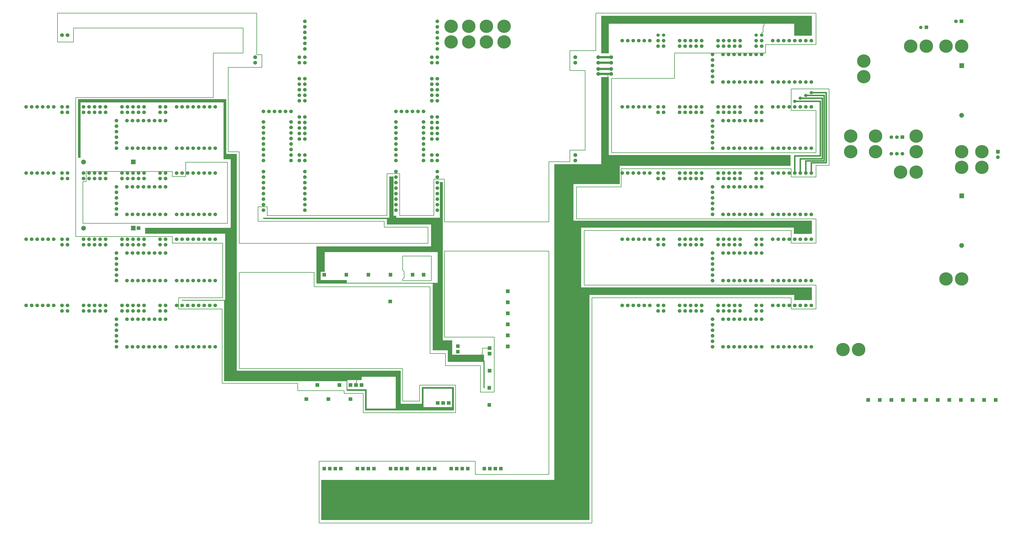
<source format=gbr>
G04 This is an RS-274x file exported by *
G04 gerbv version 2.7.0 *
G04 More information is available about gerbv at *
G04 http://gerbv.geda-project.org/ *
G04 --End of header info--*
%MOIN*%
%FSLAX36Y36*%
%IPPOS*%
G04 --Define apertures--*
%ADD10C,0.0100*%
%ADD11C,0.0001*%
%ADD12C,0.0400*%
%ADD13C,0.0250*%
%ADD14C,0.0600*%
%ADD15C,0.2362*%
%ADD16C,0.0550*%
%ADD17C,0.0800*%
%ADD18C,0.0380*%
%ADD19C,0.0350*%
%ADD20C,0.1870*%
%ADD21C,0.0500*%
%ADD22C,0.0300*%
%ADD23C,0.0280*%
%ADD24C,0.0660*%
%ADD25C,0.2422*%
%ADD26C,0.0610*%
%ADD27C,0.0860*%
%ADD28C,0.0700*%
G04 --Start main section--*
G01X0000000Y0000000D02*
G54D11*
G36*
G01X3965000Y8445000D02*
G01X3965000Y4325000D01*
G01X3855000Y4325000D01*
G01X3855000Y8445000D01*
G01X3965000Y8445000D01*
G37*
G36*
G01X3755000Y7105000D02*
G01X3890000Y7105000D01*
G01X3890000Y4325000D01*
G01X3755000Y4325000D01*
G01X3755000Y7105000D01*
G37*
G36*
G01X3785000Y4325000D02*
G01X3735000Y4325000D01*
G01X3735000Y5800000D01*
G01X3785000Y5800000D01*
G01X3785000Y4325000D01*
G37*
G36*
G01X3965000Y8445000D02*
G01X3965000Y8350000D01*
G01X3725000Y8350000D01*
G01X3725000Y8445000D01*
G01X3965000Y8445000D01*
G37*
G36*
G01X3775000Y8410000D02*
G01X3725000Y8410000D01*
G01X3725000Y9415000D01*
G01X3775000Y9415000D01*
G01X3775000Y8410000D01*
G37*
G36*
G01X3775000Y9440000D02*
G01X3775000Y9380000D01*
G01X1090000Y9380000D01*
G01X1090000Y9440000D01*
G01X3775000Y9440000D01*
G37*
G36*
G01X1090000Y9440000D02*
G01X1135000Y9440000D01*
G01X1135000Y8375000D01*
G01X1090000Y8375000D01*
G01X1090000Y9440000D01*
G37*
G36*
G01X3965000Y7000000D02*
G01X2305000Y7000000D01*
G01X2305000Y7105000D01*
G01X3965000Y7105000D01*
G01X3965000Y7000000D01*
G37*
G36*
G01X6705000Y7290000D02*
G01X6705000Y7265000D01*
G01X4445000Y7265000D01*
G01X4445000Y7290000D01*
G01X6705000Y7290000D01*
G37*
G36*
G01X2970000Y5800000D02*
G01X3795000Y5800000D01*
G01X3795000Y5785000D01*
G01X2970000Y5785000D01*
G01X2970000Y5800000D01*
G37*
G36*
G01X5410000Y6730000D02*
G01X5560000Y6730000D01*
G01X5560000Y6310000D01*
G01X5410000Y6310000D01*
G01X5410000Y6730000D01*
G37*
G36*
G01X5410000Y6105000D02*
G01X5410000Y6350000D01*
G01X5485000Y6350000D01*
G01X5485000Y6105000D01*
G01X5410000Y6105000D01*
G37*
G36*
G01X5410000Y6160000D01*
G01X5960000Y6160000D01*
G01X5960000Y6105000D01*
G01X5410000Y6105000D01*
G37*
G36*
G01X3735000Y4515000D02*
G01X6230000Y4515000D01*
G01X6230000Y4345000D01*
G01X3735000Y4345000D01*
G01X3735000Y4515000D01*
G37*
G36*
G01X3925000Y4325000D02*
G01X3925000Y4370000D01*
G01X5970000Y4370000D01*
G01X5970000Y4325000D01*
G01X3925000Y4325000D01*
G37*
G36*
G01X9720000Y5995000D02*
G01X9720000Y7235000D01*
G01X10205000Y7235000D01*
G01X10205000Y5995000D01*
G01X9720000Y5995000D01*
G37*
G36*
G01X10065000Y7200000D02*
G01X9720000Y7200000D01*
G01X9720000Y8260000D01*
G01X10065000Y8260000D01*
G01X10065000Y7200000D01*
G37*
G36*
G01X9980000Y8260000D02*
G01X10905000Y8260000D01*
G01X10905000Y8101760D01*
G01X10904860Y8100000D01*
G01X10905000Y8098240D01*
G01X10905000Y7900000D01*
G01X9980000Y7900000D01*
G01X9980000Y8260000D01*
G37*
G36*
G01X10705000Y8230000D02*
G01X10570000Y8230000D01*
G01X10570000Y9840000D01*
G01X10705000Y9840000D01*
G01X10705000Y8230000D01*
G37*
G36*
G01X14385000Y10590000D02*
G01X14065000Y10590000D01*
G01X14065000Y10950000D01*
G01X14385000Y10950000D01*
G01X14385000Y10590000D01*
G37*
G36*
G01X14110000Y10950000D02*
G01X14110000Y10805000D01*
G01X12400000Y10805000D01*
G01X12400000Y10950000D01*
G01X14110000Y10950000D01*
G37*
G36*
G01X12440000Y10805000D02*
G01X10570000Y10805000D01*
G01X10570000Y10950000D01*
G01X12440000Y10950000D01*
G01X12440000Y10805000D01*
G37*
G36*
G01X10570000Y10840000D02*
G01X10705000Y10840000D01*
G01X10705000Y10270000D01*
G01X10570000Y10270000D01*
G01X10570000Y10840000D01*
G37*
G36*
G01X10570000Y8230000D02*
G01X10570000Y8425000D01*
G01X14000000Y8425000D01*
G01X14000000Y8230000D01*
G01X10570000Y8230000D01*
G37*
G36*
G01X10180000Y6025000D02*
G01X14385000Y6025000D01*
G01X14385000Y5890000D01*
G01X10180000Y5890000D01*
G01X10180000Y6025000D01*
G37*
G36*
G01X10120000Y7235000D02*
G01X14385000Y7235000D01*
G01X14385000Y7110000D01*
G01X10120000Y7110000D01*
G01X10120000Y7235000D01*
G37*
G36*
G01X14385000Y7235000D02*
G01X14385000Y6995000D01*
G01X14060000Y6995000D01*
G01X14060000Y7235000D01*
G01X14385000Y7235000D01*
G37*
G36*
G01X14385000Y6025000D02*
G01X14385000Y5795000D01*
G01X14065000Y5795000D01*
G01X14065000Y6025000D01*
G01X14385000Y6025000D01*
G37*
G36*
G01X5495000Y1810000D02*
G01X5495000Y2535000D01*
G01X10355000Y2535000D01*
G01X10355000Y1810000D01*
G01X5495000Y1810000D01*
G37*
G36*
G01X6320000Y4180000D02*
G01X6320000Y4150000D01*
G01X5955000Y4150000D01*
G01X5955000Y4180000D01*
G01X6320000Y4180000D01*
G37*
G36*
G01X7320000Y3795000D02*
G01X7320000Y3855000D01*
G01X7900000Y3855000D01*
G01X7900000Y3795000D01*
G01X7320000Y3795000D01*
G37*
G36*
G01X7320000Y3875000D02*
G01X7320000Y4220000D01*
G01X7350000Y4220000D01*
G01X7350000Y3875000D01*
G01X7320000Y3875000D01*
G37*
G36*
G01X6205000Y4515000D02*
G01X6935000Y4515000D01*
G01X6935000Y4405000D01*
G01X6205000Y4405000D01*
G01X6205000Y4515000D01*
G37*
G36*
G01X6935000Y4515000D02*
G01X6935000Y3845000D01*
G01X6845000Y3845000D01*
G01X6845000Y4515000D01*
G01X6935000Y4515000D01*
G37*
G36*
G01X6845000Y3915000D02*
G01X7350000Y3915000D01*
G01X7350000Y3795000D01*
G01X6845000Y3795000D01*
G01X6845000Y3915000D01*
G37*
G36*
G01X6880000Y3795000D02*
G01X6290000Y3795000D01*
G01X6290000Y3830000D01*
G01X6880000Y3830000D01*
G01X6880000Y3795000D01*
G37*
G36*
G01X6290000Y3795000D02*
G01X6290000Y4180000D01*
G01X6320000Y4180000D01*
G01X6320000Y3795000D01*
G01X6290000Y3795000D01*
G37*
G36*
G01X10355000Y2490000D02*
G01X9720000Y2490000D01*
G01X9720000Y6025000D01*
G01X10355000Y6025000D01*
G01X10355000Y2490000D01*
G37*
G36*
G01X7320000Y4220000D02*
G01X7900000Y4220000D01*
G01X7900000Y4190000D01*
G01X7320000Y4190000D01*
G01X7320000Y4220000D01*
G37*
G36*
G01X7900000Y4220000D02*
G01X7900000Y3795000D01*
G01X7865000Y3795000D01*
G01X7865000Y4220000D01*
G01X7900000Y4220000D01*
G37*
G36*
G01X8445000Y4675000D02*
G01X7790000Y4675000D01*
G01X7790000Y4805000D01*
G01X8445000Y4805000D01*
G01X8445000Y4675000D01*
G37*
G36*
G01X7870000Y4770000D02*
G01X7790000Y4770000D01*
G01X7790000Y4975000D01*
G01X7870000Y4975000D01*
G01X7870000Y4770000D01*
G37*
G36*
G01X7870000Y4930000D02*
G01X7790000Y4930000D01*
G01X7790000Y5065000D01*
G01X7870000Y5065000D01*
G01X7870000Y4930000D01*
G37*
G36*
G01X7620000Y5065000D02*
G01X7870000Y5065000D01*
G01X7870000Y4885000D01*
G01X7620000Y4885000D01*
G01X7620000Y5065000D01*
G37*
G36*
G01X8435000Y4700000D02*
G01X8455000Y4700000D01*
G01X8455000Y4200000D01*
G01X8435000Y4200000D01*
G01X8435000Y4700000D01*
G37*
G36*
G01X5955000Y4150000D02*
G01X5955000Y4395000D01*
G01X5970000Y4395000D01*
G01X5970000Y4150000D01*
G01X5955000Y4150000D01*
G37*
G36*
G01X7700000Y4885000D02*
G01X7515000Y4885000D01*
G01X7515000Y6110000D01*
G01X7700000Y6110000D01*
G01X7700000Y4885000D01*
G37*
G36*
G01X7700000Y6010000D02*
G01X7605000Y6010000D01*
G01X7605000Y6795000D01*
G01X7700000Y6795000D01*
G01X7700000Y6010000D01*
G37*
G36*
G01X7700000Y6665000D02*
G01X7485000Y6665000D01*
G01X7485000Y7290000D01*
G01X7700000Y7290000D01*
G01X7700000Y6665000D01*
G37*
G36*
G01X7700000Y7245000D02*
G01X7645000Y7245000D01*
G01X7645000Y7935000D01*
G01X7700000Y7935000D01*
G01X7700000Y7245000D01*
G37*
G36*
G01X7525000Y7290000D02*
G01X7525000Y7165000D01*
G01X6685000Y7165000D01*
G01X6685000Y7290000D01*
G01X7525000Y7290000D01*
G37*
G36*
G01X6730000Y7265000D02*
G01X6730000Y8035000D01*
G01X6805000Y8035000D01*
G01X6805000Y8026760D01*
G01X6804860Y8025000D01*
G01X6805000Y8023240D01*
G01X6805000Y7926760D01*
G01X6804860Y7925000D01*
G01X6805000Y7923240D01*
G01X6805000Y7826760D01*
G01X6804860Y7825000D01*
G01X6805000Y7823240D01*
G01X6805000Y7726760D01*
G01X6804860Y7725000D01*
G01X6805000Y7723240D01*
G01X6805000Y7626760D01*
G01X6804860Y7625000D01*
G01X6805000Y7623240D01*
G01X6805000Y7526760D01*
G01X6804860Y7525000D01*
G01X6805000Y7523240D01*
G01X6805000Y7426760D01*
G01X6804860Y7425000D01*
G01X6805000Y7423240D01*
G01X6805000Y7265000D01*
G01X6730000Y7265000D01*
G37*
G36*
G01X6855000Y7275000D02*
G01X6795000Y7275000D01*
G01X6795000Y7325000D01*
G01X6855000Y7325000D01*
G01X6855000Y7275000D01*
G37*
G36*
G01X7500000Y6665000D02*
G01X5410000Y6665000D01*
G01X5410000Y6770000D01*
G01X7500000Y6770000D01*
G01X7500000Y6665000D01*
G37*
G36*
G01X7540000Y6110000D02*
G01X7540000Y6095000D01*
G01X5410000Y6095000D01*
G01X5410000Y6110000D01*
G01X7540000Y6110000D01*
G37*
G54D12*
G01X10515000Y9985000D02*
G01X10750000Y9985000D01*
G01X10750000Y9895000D02*
G01X10515000Y9895000D01*
G01X10515000Y10200000D02*
G01X10750000Y10200000D01*
G01X10750000Y10100000D02*
G01X10515000Y10100000D01*
G54D10*
G01X10690000Y9895000D02*
G01X10690000Y9800000D01*
G01X6125000Y4255000D02*
G01X6125000Y4310000D01*
G01X6125000Y4310000D02*
G01X6140000Y4325000D01*
G01X6140000Y4325000D02*
G01X6140000Y4360000D01*
G01X8545000Y4925000D02*
G01X8415000Y4925000D01*
G01X8415000Y4925000D02*
G01X8415000Y4840000D01*
G01X8415000Y4840000D02*
G01X8405000Y4830000D01*
G01X8405000Y4830000D02*
G01X8405000Y4780000D01*
G54D13*
G01X14540000Y8410000D02*
G01X14540000Y9400000D01*
G01X14575000Y8355000D02*
G01X14575000Y9455000D01*
G01X14610000Y8320000D02*
G01X14610000Y9505000D01*
G01X14645000Y8285000D02*
G01X14645000Y9555000D01*
G01X14175000Y8355000D02*
G01X14575000Y8355000D01*
G01X14275000Y8320000D02*
G01X14610000Y8320000D01*
G01X14075000Y8100000D02*
G01X14075000Y8410000D01*
G01X14075000Y8410000D02*
G01X14540000Y8410000D01*
G01X14175000Y8100000D02*
G01X14175000Y8355000D01*
G01X14275000Y8100000D02*
G01X14275000Y8320000D01*
G01X14375000Y8100000D02*
G01X14375000Y8285000D01*
G01X14375000Y8285000D02*
G01X14645000Y8285000D01*
G01X14540000Y9400000D02*
G01X14075000Y9400000D01*
G01X14175000Y9455000D02*
G01X14575000Y9455000D01*
G01X14275000Y9505000D02*
G01X14610000Y9505000D01*
G01X14375000Y9555000D02*
G01X14645000Y9555000D01*
G54D10*
G01X13475000Y10600000D02*
G01X13475000Y10635000D01*
G01X13475000Y10635000D02*
G01X13500000Y10660000D01*
G01X13520000Y10775000D02*
G01X13520000Y10825000D01*
G01X13500000Y10660000D02*
G01X13500000Y10755000D01*
G01X13500000Y10755000D02*
G01X13520000Y10775000D01*
G54D14*
G01X13675000Y9750000D03*
G01X13775000Y9750000D03*
G01X13875000Y9750000D03*
G01X13975000Y9750000D03*
G01X14075000Y9750000D03*
G01X14175000Y9750000D03*
G01X14275000Y9750000D03*
G01X14375000Y9750000D03*
G54D15*
G01X15325000Y10128460D03*
G01X15325000Y9845000D03*
G54D11*
G36*
G01X17060000Y10085000D02*
G01X17060000Y10005000D01*
G01X17140000Y10005000D01*
G01X17140000Y10085000D01*
G01X17060000Y10085000D01*
G37*
G54D14*
G01X13675000Y10500000D03*
G01X13475000Y10500000D03*
G01X13475000Y10400000D03*
G01X13775000Y10500000D03*
G01X13875000Y10500000D03*
G01X13975000Y10500000D03*
G01X14075000Y10500000D03*
G01X14175000Y10500000D03*
G01X14275000Y10500000D03*
G01X14375000Y10500000D03*
G01X13375000Y10400000D03*
G01X13375000Y10500000D03*
G01X13085000Y10500000D03*
G01X13085000Y10400000D03*
G54D15*
G01X16460000Y10400000D03*
G01X16176540Y10400000D03*
G54D14*
G01X12190000Y10400000D03*
G01X12090000Y10500000D03*
G01X11990000Y10500000D03*
G01X12090000Y10400000D03*
G01X11990000Y10400000D03*
G01X11700000Y10400000D03*
G01X11600000Y10400000D03*
G01X11700000Y10500000D03*
G01X11600000Y10500000D03*
G01X11450000Y10500000D03*
G01X11350000Y10500000D03*
G01X11250000Y10500000D03*
G01X11150000Y10500000D03*
G01X11050000Y10500000D03*
G01X10950000Y10500000D03*
G54D15*
G01X17098460Y10400000D03*
G01X16815000Y10400000D03*
G54D11*
G36*
G01X17065000Y10880000D02*
G01X17065000Y10820000D01*
G01X17125000Y10820000D01*
G01X17125000Y10880000D01*
G01X17065000Y10880000D01*
G37*
G54D14*
G01X16995000Y10850000D03*
G54D11*
G36*
G01X16432500Y10767500D02*
G01X16432500Y10712500D01*
G01X16487500Y10712500D01*
G01X16487500Y10767500D01*
G01X16432500Y10767500D01*
G37*
G54D16*
G01X16360000Y10740000D03*
G54D14*
G01X12775000Y9750000D03*
G01X12875000Y9750000D03*
G01X12975000Y9750000D03*
G01X13075000Y9750000D03*
G01X13175000Y9750000D03*
G01X13275000Y9750000D03*
G01X13375000Y9750000D03*
G01X13475000Y9750000D03*
G01X12585000Y9750000D03*
G01X12585000Y9850000D03*
G01X12585000Y9950000D03*
G01X12585000Y10050000D03*
G01X12585000Y10150000D03*
G01X12585000Y10250000D03*
G01X12775000Y10250000D03*
G01X12875000Y10250000D03*
G01X12975000Y10250000D03*
G01X13075000Y10250000D03*
G01X13175000Y10250000D03*
G01X13275000Y10250000D03*
G01X13375000Y10250000D03*
G01X13475000Y10250000D03*
G01X12985000Y10500000D03*
G01X12885000Y10500000D03*
G01X12785000Y10500000D03*
G01X12685000Y10500000D03*
G01X12985000Y10400000D03*
G01X12885000Y10400000D03*
G01X12785000Y10400000D03*
G01X12685000Y10400000D03*
G01X12390000Y10400000D03*
G01X12290000Y10400000D03*
G01X12390000Y10500000D03*
G01X12290000Y10500000D03*
G01X12190000Y10500000D03*
G01X2875000Y4950000D03*
G01X2975000Y4950000D03*
G01X3075000Y4950000D03*
G01X3175000Y4950000D03*
G01X3275000Y4950000D03*
G01X3375000Y4950000D03*
G01X3475000Y4950000D03*
G01X3575000Y4950000D03*
G01X1975000Y4950000D03*
G01X2075000Y4950000D03*
G01X2175000Y4950000D03*
G01X2275000Y4950000D03*
G01X2375000Y4950000D03*
G01X2475000Y4950000D03*
G01X2575000Y4950000D03*
G01X2675000Y4950000D03*
G01X1785000Y4950000D03*
G01X1785000Y5050000D03*
G01X1785000Y5150000D03*
G01X1785000Y5250000D03*
G01X1785000Y5350000D03*
G01X1785000Y5450000D03*
G01X1975000Y5450000D03*
G01X2075000Y5450000D03*
G01X2175000Y5450000D03*
G01X2275000Y5450000D03*
G01X2375000Y5450000D03*
G01X2475000Y5450000D03*
G01X2575000Y5450000D03*
G01X2675000Y5450000D03*
G01X2875000Y5700000D03*
G01X2675000Y5700000D03*
G01X2675000Y5600000D03*
G01X2975000Y5700000D03*
G01X3075000Y5700000D03*
G01X3175000Y5700000D03*
G01X3275000Y5700000D03*
G01X3375000Y5700000D03*
G01X3475000Y5700000D03*
G01X3575000Y5700000D03*
G01X2575000Y5600000D03*
G01X2575000Y5700000D03*
G01X2285000Y5700000D03*
G01X2285000Y5600000D03*
G54D11*
G36*
G01X5920000Y6285000D02*
G01X5920000Y6225000D01*
G01X5980000Y6225000D01*
G01X5980000Y6285000D01*
G01X5920000Y6285000D01*
G37*
G36*
G01X5520000Y6285000D02*
G01X5520000Y6225000D01*
G01X5580000Y6225000D01*
G01X5580000Y6285000D01*
G01X5520000Y6285000D01*
G37*
G54D14*
G01X2185000Y5700000D03*
G01X2085000Y5700000D03*
G01X1985000Y5700000D03*
G01X1885000Y5700000D03*
G01X2185000Y5600000D03*
G01X2085000Y5600000D03*
G01X1985000Y5600000D03*
G01X1885000Y5600000D03*
G01X1590000Y5600000D03*
G01X1490000Y5600000D03*
G01X1590000Y5700000D03*
G01X1490000Y5700000D03*
G01X1390000Y5700000D03*
G01X1390000Y5600000D03*
G01X1290000Y5700000D03*
G01X1190000Y5700000D03*
G01X1290000Y5600000D03*
G01X1190000Y5600000D03*
G01X0900000Y5600000D03*
G01X0800000Y5600000D03*
G01X0900000Y5700000D03*
G01X0800000Y5700000D03*
G01X0650000Y5700000D03*
G01X0550000Y5700000D03*
G01X0450000Y5700000D03*
G01X0350000Y5700000D03*
G01X0250000Y5700000D03*
G01X0150000Y5700000D03*
G01X1975000Y6150000D03*
G01X2075000Y6150000D03*
G01X2175000Y6150000D03*
G01X2275000Y6150000D03*
G01X2375000Y6150000D03*
G01X2475000Y6150000D03*
G01X2575000Y6150000D03*
G01X2675000Y6150000D03*
G01X1785000Y6150000D03*
G01X1785000Y6250000D03*
G01X1785000Y6350000D03*
G01X1785000Y6450000D03*
G01X1785000Y6550000D03*
G01X1785000Y6650000D03*
G01X1975000Y6650000D03*
G01X2075000Y6650000D03*
G01X2175000Y6650000D03*
G01X2275000Y6650000D03*
G01X2375000Y6650000D03*
G01X2475000Y6650000D03*
G01X2575000Y6650000D03*
G01X2675000Y6650000D03*
G01X2185000Y6900000D03*
G01X2185000Y6800000D03*
G01X2085000Y6800000D03*
G01X1985000Y6800000D03*
G01X1885000Y6800000D03*
G01X2085000Y6900000D03*
G01X1985000Y6900000D03*
G01X1885000Y6900000D03*
G01X1590000Y6900000D03*
G01X1490000Y6900000D03*
G01X1390000Y6900000D03*
G54D17*
G01X1190000Y7100000D03*
G54D11*
G36*
G01X2155000Y7130000D02*
G01X2155000Y7070000D01*
G01X2215000Y7070000D01*
G01X2215000Y7130000D01*
G01X2155000Y7130000D01*
G37*
G54D14*
G01X1590000Y6800000D03*
G01X1490000Y6800000D03*
G01X1390000Y6800000D03*
G01X1290000Y6900000D03*
G01X1190000Y6900000D03*
G01X1290000Y6800000D03*
G01X1190000Y6800000D03*
G01X0900000Y6800000D03*
G01X0800000Y6800000D03*
G01X0900000Y6900000D03*
G01X0800000Y6900000D03*
G01X0650000Y6900000D03*
G01X0550000Y6900000D03*
G01X0450000Y6900000D03*
G01X0350000Y6900000D03*
G01X0250000Y6900000D03*
G01X0150000Y6900000D03*
G01X2875000Y8550000D03*
G01X2875000Y9300000D03*
G01X2975000Y9300000D03*
G01X3075000Y9300000D03*
G01X3175000Y9300000D03*
G01X3275000Y9300000D03*
G01X3375000Y9300000D03*
G01X3475000Y9300000D03*
G01X3575000Y9300000D03*
G01X2975000Y8550000D03*
G01X3075000Y8550000D03*
G01X3175000Y8550000D03*
G01X3275000Y8550000D03*
G01X3375000Y8550000D03*
G01X3475000Y8550000D03*
G01X3575000Y8550000D03*
G01X3175000Y8100000D03*
G01X3275000Y8100000D03*
G01X3375000Y8100000D03*
G01X3475000Y8100000D03*
G01X3575000Y8100000D03*
G01X2875000Y8100000D03*
G01X2975000Y8100000D03*
G01X3075000Y8100000D03*
G01X2285000Y8100000D03*
G01X2185000Y8100000D03*
G01X2085000Y8100000D03*
G01X2675000Y8100000D03*
G01X2675000Y8000000D03*
G01X2575000Y8000000D03*
G01X2575000Y8100000D03*
G01X2285000Y8000000D03*
G01X2185000Y8000000D03*
G01X2085000Y8000000D03*
G54D11*
G36*
G01X2050000Y8340000D02*
G01X2050000Y8260000D01*
G01X2130000Y8260000D01*
G01X2130000Y8340000D01*
G01X2050000Y8340000D01*
G37*
G54D14*
G01X1985000Y8100000D03*
G01X1985000Y8000000D03*
G01X1885000Y8000000D03*
G01X1885000Y8100000D03*
G01X1590000Y8100000D03*
G01X1490000Y8100000D03*
G01X1390000Y8100000D03*
G01X1290000Y8100000D03*
G01X1190000Y8100000D03*
G01X1590000Y8000000D03*
G01X1490000Y8000000D03*
G01X1390000Y8000000D03*
G01X1290000Y8000000D03*
G01X1190000Y8000000D03*
G01X1975000Y8550000D03*
G01X2075000Y8550000D03*
G01X2175000Y8550000D03*
G01X2275000Y8550000D03*
G01X2375000Y8550000D03*
G01X2475000Y8550000D03*
G01X2575000Y8550000D03*
G01X2675000Y8550000D03*
G01X1785000Y8550000D03*
G01X1785000Y8650000D03*
G01X1785000Y8750000D03*
G01X1785000Y8850000D03*
G01X1785000Y8950000D03*
G01X1785000Y9050000D03*
G01X1975000Y9050000D03*
G01X2075000Y9050000D03*
G01X2175000Y9050000D03*
G01X2275000Y9050000D03*
G01X2375000Y9050000D03*
G01X2475000Y9050000D03*
G01X2575000Y9050000D03*
G01X2675000Y9050000D03*
G01X2675000Y9300000D03*
G01X2675000Y9200000D03*
G01X2575000Y9200000D03*
G01X2575000Y9300000D03*
G01X2285000Y9300000D03*
G01X2285000Y9200000D03*
G01X2185000Y9300000D03*
G01X2185000Y9200000D03*
G01X2085000Y9300000D03*
G01X2085000Y9200000D03*
G01X1985000Y9300000D03*
G01X1885000Y9300000D03*
G01X1985000Y9200000D03*
G01X1885000Y9200000D03*
G01X1590000Y9200000D03*
G01X1490000Y9200000D03*
G01X1390000Y9200000D03*
G01X1290000Y9200000D03*
G01X1590000Y9300000D03*
G01X1490000Y9300000D03*
G01X1390000Y9300000D03*
G01X1290000Y9300000D03*
G01X1190000Y9300000D03*
G01X1190000Y9200000D03*
G01X0900000Y9300000D03*
G01X0800000Y9300000D03*
G01X0650000Y9300000D03*
G01X0900000Y9200000D03*
G01X0800000Y9200000D03*
G01X0550000Y9300000D03*
G01X0450000Y9300000D03*
G01X0350000Y9300000D03*
G01X0250000Y9300000D03*
G01X0150000Y9300000D03*
G01X3175000Y6150000D03*
G01X3275000Y6150000D03*
G01X3375000Y6150000D03*
G01X3475000Y6150000D03*
G01X2875000Y6150000D03*
G01X2975000Y6150000D03*
G01X3075000Y6150000D03*
G01X3575000Y6150000D03*
G01X3075000Y6900000D03*
G01X3175000Y6900000D03*
G01X3275000Y6900000D03*
G01X3375000Y6900000D03*
G01X3475000Y6900000D03*
G01X3575000Y6900000D03*
G01X2875000Y6900000D03*
G01X2675000Y6900000D03*
G01X2675000Y6800000D03*
G01X2975000Y6900000D03*
G01X2875000Y7350000D03*
G01X2975000Y7350000D03*
G01X3075000Y7350000D03*
G01X3175000Y7350000D03*
G01X3275000Y7350000D03*
G01X3375000Y7350000D03*
G01X3475000Y7350000D03*
G01X3575000Y7350000D03*
G01X2675000Y7350000D03*
G01X2575000Y6800000D03*
G01X2575000Y6900000D03*
G01X2285000Y6900000D03*
G01X2285000Y6800000D03*
G01X2575000Y7350000D03*
G54D11*
G36*
G01X2050000Y7140000D02*
G01X2050000Y7060000D01*
G01X2130000Y7060000D01*
G01X2130000Y7140000D01*
G01X2050000Y7140000D01*
G37*
G54D14*
G01X1975000Y7350000D03*
G01X2075000Y7350000D03*
G01X2175000Y7350000D03*
G01X2275000Y7350000D03*
G01X2375000Y7350000D03*
G01X2475000Y7350000D03*
G01X1785000Y7350000D03*
G01X1785000Y7450000D03*
G01X1785000Y7550000D03*
G01X1785000Y7650000D03*
G01X1785000Y7750000D03*
G01X1785000Y7850000D03*
G01X1975000Y7850000D03*
G01X2075000Y7850000D03*
G01X2175000Y7850000D03*
G01X2275000Y7850000D03*
G01X2375000Y7850000D03*
G01X2475000Y7850000D03*
G01X2575000Y7850000D03*
G01X2675000Y7850000D03*
G01X0900000Y8100000D03*
G01X0800000Y8100000D03*
G01X0650000Y8100000D03*
G01X0900000Y8000000D03*
G01X0800000Y8000000D03*
G01X0550000Y8100000D03*
G01X0450000Y8100000D03*
G01X0350000Y8100000D03*
G01X0250000Y8100000D03*
G01X0150000Y8100000D03*
G54D17*
G01X1190000Y8300000D03*
G54D14*
G01X4450000Y8125000D03*
G01X5200000Y8125000D03*
G01X4450000Y8025000D03*
G01X4450000Y7925000D03*
G01X4450000Y7825000D03*
G01X4450000Y7725000D03*
G01X4450000Y7625000D03*
G01X4450000Y7525000D03*
G01X4450000Y7425000D03*
G01X5200000Y8025000D03*
G01X5200000Y7925000D03*
G01X5200000Y7825000D03*
G01X5200000Y7725000D03*
G01X5200000Y7625000D03*
G01X5200000Y7525000D03*
G01X5200000Y7425000D03*
G01X5200000Y8325000D03*
G01X5100000Y8325000D03*
G01X5100000Y8425000D03*
G01X5200000Y8425000D03*
G01X4450000Y9025000D03*
G01X4450000Y9215000D03*
G01X4550000Y9215000D03*
G01X4450000Y8925000D03*
G01X4650000Y9215000D03*
G01X4750000Y9215000D03*
G01X4850000Y9215000D03*
G01X4950000Y9215000D03*
G01X4950000Y9025000D03*
G01X4450000Y8825000D03*
G01X4450000Y8725000D03*
G01X4450000Y8625000D03*
G01X4450000Y8525000D03*
G01X4450000Y8425000D03*
G01X4450000Y8325000D03*
G01X4950000Y8625000D03*
G01X4950000Y8525000D03*
G01X4950000Y8425000D03*
G01X4950000Y8325000D03*
G01X4950000Y8925000D03*
G01X4950000Y8825000D03*
G01X4950000Y8725000D03*
G01X5200000Y8715000D03*
G01X5100000Y8715000D03*
G01X5100000Y8815000D03*
G01X5100000Y8915000D03*
G01X5100000Y9015000D03*
G01X5200000Y8815000D03*
G01X5200000Y8915000D03*
G01X5200000Y9015000D03*
G01X5200000Y9115000D03*
G01X5200000Y9410000D03*
G01X5200000Y9510000D03*
G01X5100000Y9115000D03*
G01X5100000Y9410000D03*
G01X5100000Y9510000D03*
G01X5200000Y9610000D03*
G01X5200000Y9710000D03*
G01X5200000Y9810000D03*
G01X5200000Y10100000D03*
G01X5100000Y9610000D03*
G01X5100000Y9710000D03*
G01X5100000Y9810000D03*
G01X5100000Y10100000D03*
G01X5100000Y10200000D03*
G01X5200000Y10200000D03*
G01X5200000Y10350000D03*
G01X5200000Y10450000D03*
G01X5200000Y10550000D03*
G01X5200000Y10650000D03*
G01X5200000Y10750000D03*
G01X5200000Y10850000D03*
G01X13675000Y7350000D03*
G01X13675000Y8100000D03*
G01X13775000Y8100000D03*
G01X13875000Y8100000D03*
G01X13975000Y8100000D03*
G01X14075000Y8100000D03*
G01X14175000Y8100000D03*
G01X14275000Y8100000D03*
G01X14375000Y8100000D03*
G01X13775000Y7350000D03*
G01X13875000Y7350000D03*
G01X13975000Y7350000D03*
G01X14075000Y7350000D03*
G01X14175000Y7350000D03*
G01X14275000Y7350000D03*
G01X14375000Y7350000D03*
G01X13975000Y6900000D03*
G01X14075000Y6900000D03*
G01X14175000Y6900000D03*
G01X14275000Y6900000D03*
G01X14375000Y6900000D03*
G01X13675000Y4950000D03*
G01X13775000Y4950000D03*
G01X13875000Y4950000D03*
G01X13975000Y4950000D03*
G01X14075000Y4950000D03*
G01X14175000Y4950000D03*
G01X14275000Y4950000D03*
G01X14375000Y4950000D03*
G01X13675000Y5700000D03*
G01X13775000Y5700000D03*
G01X13875000Y5700000D03*
G01X13975000Y5700000D03*
G01X14075000Y5700000D03*
G01X14175000Y5700000D03*
G01X14275000Y5700000D03*
G01X14375000Y5700000D03*
G54D15*
G01X14950000Y4900000D03*
G01X15233460Y4900000D03*
G54D11*
G36*
G01X15375000Y4015000D02*
G01X15375000Y3955000D01*
G01X15435000Y3955000D01*
G01X15435000Y4015000D01*
G01X15375000Y4015000D01*
G37*
G36*
G01X15585000Y4015000D02*
G01X15585000Y3955000D01*
G01X15645000Y3955000D01*
G01X15645000Y4015000D01*
G01X15585000Y4015000D01*
G37*
G36*
G01X15795000Y4015000D02*
G01X15795000Y3955000D01*
G01X15855000Y3955000D01*
G01X15855000Y4015000D01*
G01X15795000Y4015000D01*
G37*
G36*
G01X16005000Y4015000D02*
G01X16005000Y3955000D01*
G01X16065000Y3955000D01*
G01X16065000Y4015000D01*
G01X16005000Y4015000D01*
G37*
G36*
G01X16215000Y4015000D02*
G01X16215000Y3955000D01*
G01X16275000Y3955000D01*
G01X16275000Y4015000D01*
G01X16215000Y4015000D01*
G37*
G36*
G01X16425000Y4015000D02*
G01X16425000Y3955000D01*
G01X16485000Y3955000D01*
G01X16485000Y4015000D01*
G01X16425000Y4015000D01*
G37*
G36*
G01X16635000Y4015000D02*
G01X16635000Y3955000D01*
G01X16695000Y3955000D01*
G01X16695000Y4015000D01*
G01X16635000Y4015000D01*
G37*
G36*
G01X16845000Y4015000D02*
G01X16845000Y3955000D01*
G01X16905000Y3955000D01*
G01X16905000Y4015000D01*
G01X16845000Y4015000D01*
G37*
G36*
G01X17055000Y4015000D02*
G01X17055000Y3955000D01*
G01X17115000Y3955000D01*
G01X17115000Y4015000D01*
G01X17055000Y4015000D01*
G37*
G36*
G01X17265000Y4015000D02*
G01X17265000Y3955000D01*
G01X17325000Y3955000D01*
G01X17325000Y4015000D01*
G01X17265000Y4015000D01*
G37*
G36*
G01X17475000Y4015000D02*
G01X17475000Y3955000D01*
G01X17535000Y3955000D01*
G01X17535000Y4015000D01*
G01X17475000Y4015000D01*
G37*
G36*
G01X17685000Y4015000D02*
G01X17685000Y3955000D01*
G01X17745000Y3955000D01*
G01X17745000Y4015000D01*
G01X17685000Y4015000D01*
G37*
G54D14*
G01X12785000Y8100000D03*
G01X12685000Y8100000D03*
G01X12785000Y8000000D03*
G01X12685000Y8000000D03*
G01X12390000Y8000000D03*
G01X12290000Y8000000D03*
G01X12190000Y8000000D03*
G01X12090000Y8000000D03*
G01X12390000Y8100000D03*
G01X12290000Y8100000D03*
G01X12190000Y8100000D03*
G01X12090000Y8100000D03*
G01X11990000Y8100000D03*
G01X11990000Y8000000D03*
G01X11700000Y8100000D03*
G01X11600000Y8100000D03*
G01X11450000Y8100000D03*
G01X11700000Y8000000D03*
G01X11600000Y8000000D03*
G01X11350000Y8100000D03*
G01X11250000Y8100000D03*
G01X11150000Y8100000D03*
G01X11050000Y8100000D03*
G01X10950000Y8100000D03*
G01X13675000Y6150000D03*
G01X13775000Y6150000D03*
G01X13875000Y6150000D03*
G01X13975000Y6150000D03*
G01X14075000Y6150000D03*
G01X14175000Y6150000D03*
G01X14275000Y6150000D03*
G01X14375000Y6150000D03*
G01X12975000Y6150000D03*
G01X13075000Y6150000D03*
G01X13175000Y6150000D03*
G01X13275000Y6150000D03*
G01X13375000Y6150000D03*
G01X13475000Y6150000D03*
G01X12775000Y6150000D03*
G01X12585000Y6150000D03*
G01X12585000Y6250000D03*
G01X12585000Y6350000D03*
G01X12585000Y6450000D03*
G01X12585000Y6550000D03*
G01X12585000Y6650000D03*
G01X12875000Y6650000D03*
G01X12975000Y6650000D03*
G01X13075000Y6650000D03*
G01X13175000Y6650000D03*
G01X13275000Y6650000D03*
G01X13375000Y6650000D03*
G01X13475000Y6650000D03*
G01X12875000Y6150000D03*
G01X12775000Y7350000D03*
G01X12875000Y7350000D03*
G01X12975000Y7350000D03*
G01X13075000Y7350000D03*
G01X13175000Y7350000D03*
G01X13275000Y7350000D03*
G01X13375000Y7350000D03*
G01X13475000Y7350000D03*
G01X12585000Y7350000D03*
G01X12585000Y7450000D03*
G01X12585000Y7550000D03*
G01X12585000Y7650000D03*
G01X12585000Y7750000D03*
G01X12585000Y7850000D03*
G01X12775000Y7850000D03*
G01X12875000Y7850000D03*
G01X12975000Y7850000D03*
G01X13075000Y7850000D03*
G01X13175000Y7850000D03*
G01X13275000Y7850000D03*
G01X13375000Y7850000D03*
G01X13475000Y7850000D03*
G01X13475000Y8100000D03*
G01X13475000Y8000000D03*
G01X13375000Y8000000D03*
G01X13375000Y8100000D03*
G01X13085000Y8100000D03*
G01X13085000Y8000000D03*
G01X12985000Y8100000D03*
G01X12985000Y8000000D03*
G01X12885000Y8100000D03*
G01X12885000Y8000000D03*
G01X13675000Y6900000D03*
G01X13775000Y6900000D03*
G01X13875000Y6900000D03*
G01X13085000Y6900000D03*
G01X12985000Y6900000D03*
G01X12885000Y6900000D03*
G01X13475000Y6900000D03*
G01X13475000Y6800000D03*
G01X13375000Y6800000D03*
G01X13375000Y6900000D03*
G01X13085000Y6800000D03*
G01X12985000Y6800000D03*
G01X12885000Y6800000D03*
G01X12785000Y6900000D03*
G01X12785000Y6800000D03*
G01X12685000Y6800000D03*
G01X12685000Y6900000D03*
G01X12390000Y6900000D03*
G01X12290000Y6900000D03*
G01X12190000Y6900000D03*
G01X12090000Y6900000D03*
G01X11990000Y6900000D03*
G01X12390000Y6800000D03*
G01X12290000Y6800000D03*
G01X12190000Y6800000D03*
G01X12090000Y6800000D03*
G01X11990000Y6800000D03*
G01X11700000Y6900000D03*
G01X11600000Y6900000D03*
G01X11450000Y6900000D03*
G01X11700000Y6800000D03*
G01X11600000Y6800000D03*
G01X11350000Y6900000D03*
G01X11250000Y6900000D03*
G01X11150000Y6900000D03*
G01X11050000Y6900000D03*
G01X10950000Y6900000D03*
G01X12875000Y4950000D03*
G01X12975000Y4950000D03*
G01X13075000Y4950000D03*
G01X13175000Y4950000D03*
G01X13275000Y4950000D03*
G01X13375000Y4950000D03*
G01X12775000Y6650000D03*
G01X12775000Y4950000D03*
G01X12775000Y5450000D03*
G01X12585000Y5250000D03*
G01X12585000Y5350000D03*
G01X12585000Y5450000D03*
G01X12875000Y5450000D03*
G01X12975000Y5450000D03*
G01X13075000Y5450000D03*
G01X13175000Y5450000D03*
G01X12785000Y5600000D03*
G01X12685000Y5700000D03*
G01X12685000Y5600000D03*
G01X12585000Y4950000D03*
G01X12585000Y5050000D03*
G01X12585000Y5150000D03*
G01X13475000Y4950000D03*
G54D11*
G36*
G01X8845000Y5185000D02*
G01X8845000Y5125000D01*
G01X8905000Y5125000D01*
G01X8905000Y5185000D01*
G01X8845000Y5185000D01*
G37*
G36*
G01X8515000Y4855000D02*
G01X8515000Y4795000D01*
G01X8575000Y4795000D01*
G01X8575000Y4855000D01*
G01X8515000Y4855000D01*
G37*
G36*
G01X8515000Y4955000D02*
G01X8515000Y4895000D01*
G01X8575000Y4895000D01*
G01X8575000Y4955000D01*
G01X8515000Y4955000D01*
G37*
G36*
G01X8515000Y4545000D02*
G01X8515000Y4485000D01*
G01X8575000Y4485000D01*
G01X8575000Y4545000D01*
G01X8515000Y4545000D01*
G37*
G36*
G01X8845000Y4985000D02*
G01X8845000Y4925000D01*
G01X8905000Y4925000D01*
G01X8905000Y4985000D01*
G01X8845000Y4985000D01*
G37*
G36*
G01X7940000Y4990000D02*
G01X7940000Y4930000D01*
G01X8000000Y4930000D01*
G01X8000000Y4990000D01*
G01X7940000Y4990000D01*
G37*
G36*
G01X7940000Y4890000D02*
G01X7940000Y4830000D01*
G01X8000000Y4830000D01*
G01X8000000Y4890000D01*
G01X7940000Y4890000D01*
G37*
G54D14*
G01X13275000Y5450000D03*
G01X13375000Y5450000D03*
G01X13475000Y5450000D03*
G01X13475000Y5700000D03*
G01X13475000Y5600000D03*
G01X13375000Y5600000D03*
G01X13375000Y5700000D03*
G01X13085000Y5700000D03*
G01X13085000Y5600000D03*
G01X12985000Y5700000D03*
G01X12985000Y5600000D03*
G01X12885000Y5700000D03*
G01X12885000Y5600000D03*
G01X12785000Y5700000D03*
G01X12390000Y5700000D03*
G01X12390000Y5600000D03*
G01X12290000Y5700000D03*
G01X12290000Y5600000D03*
G01X12190000Y5700000D03*
G01X12190000Y5600000D03*
G01X12090000Y5700000D03*
G01X12090000Y5600000D03*
G01X11990000Y5600000D03*
G01X11990000Y5700000D03*
G01X11700000Y5700000D03*
G01X11700000Y5600000D03*
G01X11600000Y5600000D03*
G01X11600000Y5700000D03*
G01X11450000Y5700000D03*
G01X11350000Y5700000D03*
G01X11250000Y5700000D03*
G01X11150000Y5700000D03*
G01X11050000Y5700000D03*
G01X10950000Y5700000D03*
G54D11*
G36*
G01X8845000Y5985000D02*
G01X8845000Y5925000D01*
G01X8905000Y5925000D01*
G01X8905000Y5985000D01*
G01X8845000Y5985000D01*
G37*
G36*
G01X7120000Y6285000D02*
G01X7120000Y6225000D01*
G01X7180000Y6225000D01*
G01X7180000Y6285000D01*
G01X7120000Y6285000D01*
G37*
G36*
G01X7320000Y6285000D02*
G01X7320000Y6225000D01*
G01X7380000Y6225000D01*
G01X7380000Y6285000D01*
G01X7320000Y6285000D01*
G37*
G36*
G01X6720000Y6285000D02*
G01X6720000Y6225000D01*
G01X6780000Y6225000D01*
G01X6780000Y6285000D01*
G01X6720000Y6285000D01*
G37*
G36*
G01X6320000Y6285000D02*
G01X6320000Y6225000D01*
G01X6380000Y6225000D01*
G01X6380000Y6285000D01*
G01X6320000Y6285000D01*
G37*
G36*
G01X6715000Y5800000D02*
G01X6715000Y5740000D01*
G01X6775000Y5740000D01*
G01X6775000Y5800000D01*
G01X6715000Y5800000D01*
G37*
G36*
G01X8845000Y5785000D02*
G01X8845000Y5725000D01*
G01X8905000Y5725000D01*
G01X8905000Y5785000D01*
G01X8845000Y5785000D01*
G37*
G36*
G01X8845000Y5385000D02*
G01X8845000Y5325000D01*
G01X8905000Y5325000D01*
G01X8905000Y5385000D01*
G01X8845000Y5385000D01*
G37*
G36*
G01X8845000Y5585000D02*
G01X8845000Y5525000D01*
G01X8905000Y5525000D01*
G01X8905000Y5585000D01*
G01X8845000Y5585000D01*
G37*
G36*
G01X8720000Y2770000D02*
G01X8720000Y2710000D01*
G01X8780000Y2710000D01*
G01X8780000Y2770000D01*
G01X8720000Y2770000D01*
G37*
G36*
G01X8620000Y2770000D02*
G01X8620000Y2710000D01*
G01X8680000Y2710000D01*
G01X8680000Y2770000D01*
G01X8620000Y2770000D01*
G37*
G36*
G01X8520000Y2770000D02*
G01X8520000Y2710000D01*
G01X8580000Y2710000D01*
G01X8580000Y2770000D01*
G01X8520000Y2770000D01*
G37*
G36*
G01X8420000Y2770000D02*
G01X8420000Y2710000D01*
G01X8480000Y2710000D01*
G01X8480000Y2770000D01*
G01X8420000Y2770000D01*
G37*
G36*
G01X8120000Y2770000D02*
G01X8120000Y2710000D01*
G01X8180000Y2710000D01*
G01X8180000Y2770000D01*
G01X8120000Y2770000D01*
G37*
G36*
G01X8020000Y2770000D02*
G01X8020000Y2710000D01*
G01X8080000Y2710000D01*
G01X8080000Y2770000D01*
G01X8020000Y2770000D01*
G37*
G36*
G01X7920000Y2770000D02*
G01X7920000Y2710000D01*
G01X7980000Y2710000D01*
G01X7980000Y2770000D01*
G01X7920000Y2770000D01*
G37*
G36*
G01X7820000Y2770000D02*
G01X7820000Y2710000D01*
G01X7880000Y2710000D01*
G01X7880000Y2770000D01*
G01X7820000Y2770000D01*
G37*
G36*
G01X8510000Y4235000D02*
G01X8510000Y4175000D01*
G01X8570000Y4175000D01*
G01X8570000Y4235000D01*
G01X8510000Y4235000D01*
G37*
G36*
G01X8510000Y3925000D02*
G01X8510000Y3865000D01*
G01X8570000Y3865000D01*
G01X8570000Y3925000D01*
G01X8510000Y3925000D01*
G37*
G36*
G01X7775000Y3960000D02*
G01X7775000Y3900000D01*
G01X7835000Y3900000D01*
G01X7835000Y3960000D01*
G01X7775000Y3960000D01*
G37*
G36*
G01X7675000Y3960000D02*
G01X7675000Y3900000D01*
G01X7735000Y3900000D01*
G01X7735000Y3960000D01*
G01X7675000Y3960000D01*
G37*
G36*
G01X7575000Y3960000D02*
G01X7575000Y3900000D01*
G01X7635000Y3900000D01*
G01X7635000Y3960000D01*
G01X7575000Y3960000D01*
G37*
G36*
G01X5995000Y4030000D02*
G01X5995000Y3970000D01*
G01X6055000Y3970000D01*
G01X6055000Y4030000D01*
G01X5995000Y4030000D01*
G37*
G36*
G01X5595000Y4030000D02*
G01X5595000Y3970000D01*
G01X5655000Y3970000D01*
G01X5655000Y4030000D01*
G01X5595000Y4030000D01*
G37*
G36*
G01X5195000Y4030000D02*
G01X5195000Y3970000D01*
G01X5255000Y3970000D01*
G01X5255000Y4030000D01*
G01X5195000Y4030000D01*
G37*
G36*
G01X5395000Y4285000D02*
G01X5395000Y4225000D01*
G01X5455000Y4225000D01*
G01X5455000Y4285000D01*
G01X5395000Y4285000D01*
G37*
G36*
G01X5795000Y4285000D02*
G01X5795000Y4225000D01*
G01X5855000Y4225000D01*
G01X5855000Y4285000D01*
G01X5795000Y4285000D01*
G37*
G36*
G01X5995000Y4285000D02*
G01X5995000Y4225000D01*
G01X6055000Y4225000D01*
G01X6055000Y4285000D01*
G01X5995000Y4285000D01*
G37*
G36*
G01X6095000Y4285000D02*
G01X6095000Y4225000D01*
G01X6155000Y4225000D01*
G01X6155000Y4285000D01*
G01X6095000Y4285000D01*
G37*
G36*
G01X6195000Y4285000D02*
G01X6195000Y4225000D01*
G01X6255000Y4225000D01*
G01X6255000Y4285000D01*
G01X6195000Y4285000D01*
G37*
G36*
G01X5820000Y2770000D02*
G01X5820000Y2710000D01*
G01X5880000Y2710000D01*
G01X5880000Y2770000D01*
G01X5820000Y2770000D01*
G37*
G36*
G01X5720000Y2770000D02*
G01X5720000Y2710000D01*
G01X5780000Y2710000D01*
G01X5780000Y2770000D01*
G01X5720000Y2770000D01*
G37*
G36*
G01X5620000Y2770000D02*
G01X5620000Y2710000D01*
G01X5680000Y2710000D01*
G01X5680000Y2770000D01*
G01X5620000Y2770000D01*
G37*
G36*
G01X5520000Y2770000D02*
G01X5520000Y2710000D01*
G01X5580000Y2710000D01*
G01X5580000Y2770000D01*
G01X5520000Y2770000D01*
G37*
G36*
G01X6420000Y2770000D02*
G01X6420000Y2710000D01*
G01X6480000Y2710000D01*
G01X6480000Y2770000D01*
G01X6420000Y2770000D01*
G37*
G36*
G01X6320000Y2770000D02*
G01X6320000Y2710000D01*
G01X6380000Y2710000D01*
G01X6380000Y2770000D01*
G01X6320000Y2770000D01*
G37*
G36*
G01X6220000Y2770000D02*
G01X6220000Y2710000D01*
G01X6280000Y2710000D01*
G01X6280000Y2770000D01*
G01X6220000Y2770000D01*
G37*
G36*
G01X6120000Y2770000D02*
G01X6120000Y2710000D01*
G01X6180000Y2710000D01*
G01X6180000Y2770000D01*
G01X6120000Y2770000D01*
G37*
G36*
G01X7020000Y2770000D02*
G01X7020000Y2710000D01*
G01X7080000Y2710000D01*
G01X7080000Y2770000D01*
G01X7020000Y2770000D01*
G37*
G36*
G01X6920000Y2770000D02*
G01X6920000Y2710000D01*
G01X6980000Y2710000D01*
G01X6980000Y2770000D01*
G01X6920000Y2770000D01*
G37*
G36*
G01X6820000Y2770000D02*
G01X6820000Y2710000D01*
G01X6880000Y2710000D01*
G01X6880000Y2770000D01*
G01X6820000Y2770000D01*
G37*
G36*
G01X6720000Y2770000D02*
G01X6720000Y2710000D01*
G01X6780000Y2710000D01*
G01X6780000Y2770000D01*
G01X6720000Y2770000D01*
G37*
G36*
G01X7320000Y2770000D02*
G01X7320000Y2710000D01*
G01X7380000Y2710000D01*
G01X7380000Y2770000D01*
G01X7320000Y2770000D01*
G37*
G36*
G01X7520000Y2770000D02*
G01X7520000Y2710000D01*
G01X7580000Y2710000D01*
G01X7580000Y2770000D01*
G01X7520000Y2770000D01*
G37*
G36*
G01X7420000Y2770000D02*
G01X7420000Y2710000D01*
G01X7480000Y2710000D01*
G01X7480000Y2770000D01*
G01X7420000Y2770000D01*
G37*
G36*
G01X7220000Y2770000D02*
G01X7220000Y2710000D01*
G01X7280000Y2710000D01*
G01X7280000Y2770000D01*
G01X7220000Y2770000D01*
G37*
G54D15*
G01X8810000Y10758460D03*
G01X8810000Y10475000D03*
G01X8490000Y10758460D03*
G01X8490000Y10475000D03*
G01X8170000Y10758460D03*
G01X8170000Y10475000D03*
G01X7850000Y10758460D03*
G01X7850000Y10475000D03*
G54D14*
G01X7600000Y10850000D03*
G01X7600000Y10750000D03*
G01X7600000Y10650000D03*
G01X7600000Y10550000D03*
G01X7600000Y10450000D03*
G01X7600000Y10350000D03*
G01X7600000Y10200000D03*
G01X7500000Y10200000D03*
G01X7500000Y10100000D03*
G01X7600000Y10100000D03*
G01X7500000Y9810000D03*
G01X7600000Y9810000D03*
G01X7500000Y9710000D03*
G01X7600000Y9710000D03*
G01X7500000Y9610000D03*
G01X7500000Y9510000D03*
G01X7500000Y9410000D03*
G01X7600000Y9610000D03*
G01X7600000Y9510000D03*
G01X7600000Y9410000D03*
G01X7600000Y9115000D03*
G01X7600000Y9015000D03*
G01X7600000Y8915000D03*
G01X7600000Y7425000D03*
G01X7600000Y7525000D03*
G01X7600000Y7625000D03*
G01X7600000Y7725000D03*
G01X7600000Y7825000D03*
G01X7600000Y7925000D03*
G01X7600000Y8025000D03*
G01X7600000Y8125000D03*
G01X7600000Y8815000D03*
G01X7600000Y8715000D03*
G01X7600000Y8425000D03*
G01X7600000Y8325000D03*
G01X7500000Y8715000D03*
G01X7350000Y8525000D03*
G01X7350000Y8625000D03*
G01X7500000Y8425000D03*
G01X7500000Y8325000D03*
G01X7350000Y8325000D03*
G01X7350000Y8425000D03*
G01X7350000Y8725000D03*
G01X7500000Y9115000D03*
G01X7500000Y9015000D03*
G01X7500000Y8915000D03*
G01X7500000Y8815000D03*
G01X7350000Y8825000D03*
G01X7350000Y8925000D03*
G01X7350000Y9025000D03*
G01X7350000Y9215000D03*
G01X7250000Y9215000D03*
G01X7150000Y9215000D03*
G01X7050000Y9215000D03*
G01X6950000Y9215000D03*
G01X6850000Y9215000D03*
G01X6850000Y8825000D03*
G01X6850000Y8925000D03*
G01X6850000Y9025000D03*
G01X6850000Y8325000D03*
G01X6850000Y8425000D03*
G01X6850000Y8525000D03*
G01X6850000Y8625000D03*
G01X6850000Y8725000D03*
G01X6850000Y7425000D03*
G01X6850000Y7525000D03*
G01X6850000Y7625000D03*
G01X6850000Y7725000D03*
G01X6850000Y7825000D03*
G01X6850000Y7925000D03*
G01X6850000Y8025000D03*
G01X6850000Y8125000D03*
G01X13675000Y8550000D03*
G01X13675000Y9300000D03*
G01X13775000Y8550000D03*
G01X13875000Y8550000D03*
G01X13975000Y8550000D03*
G01X14075000Y8550000D03*
G01X14175000Y8550000D03*
G01X14275000Y8550000D03*
G01X14375000Y8550000D03*
G01X13775000Y9300000D03*
G01X13875000Y9300000D03*
G01X13975000Y9300000D03*
G01X14075000Y9300000D03*
G01X14175000Y9300000D03*
G01X14275000Y9300000D03*
G01X14375000Y9300000D03*
G01X12775000Y8550000D03*
G01X12875000Y8550000D03*
G01X12975000Y8550000D03*
G01X13075000Y8550000D03*
G01X13175000Y8550000D03*
G01X13275000Y8550000D03*
G01X13375000Y8550000D03*
G01X13475000Y8550000D03*
G01X12585000Y8550000D03*
G01X12585000Y8650000D03*
G01X12585000Y8750000D03*
G01X12585000Y8850000D03*
G01X12585000Y8950000D03*
G01X12585000Y9050000D03*
G01X12775000Y9050000D03*
G01X12875000Y9050000D03*
G01X12975000Y9050000D03*
G01X13075000Y9050000D03*
G01X13175000Y9050000D03*
G01X13275000Y9050000D03*
G01X13375000Y9050000D03*
G01X13475000Y9050000D03*
G01X12785000Y9300000D03*
G01X12685000Y9300000D03*
G01X12785000Y9200000D03*
G01X12685000Y9200000D03*
G01X12390000Y9200000D03*
G01X12290000Y9200000D03*
G01X12190000Y9200000D03*
G01X12090000Y9200000D03*
G01X12390000Y9300000D03*
G01X12290000Y9300000D03*
G01X12190000Y9300000D03*
G01X12090000Y9300000D03*
G01X11990000Y9300000D03*
G01X11990000Y9200000D03*
G01X11700000Y9300000D03*
G01X11600000Y9300000D03*
G01X11450000Y9300000D03*
G01X11700000Y9200000D03*
G01X11600000Y9200000D03*
G01X11350000Y9300000D03*
G01X11250000Y9300000D03*
G01X11150000Y9300000D03*
G01X11050000Y9300000D03*
G01X10950000Y9300000D03*
G54D15*
G01X17465000Y8485000D03*
G54D11*
G36*
G01X17725000Y8515000D02*
G01X17725000Y8455000D01*
G01X17785000Y8455000D01*
G01X17785000Y8515000D01*
G01X17725000Y8515000D01*
G37*
G54D14*
G01X17755000Y8385000D03*
G54D15*
G01X17465000Y8201540D03*
G01X17100000Y8485000D03*
G01X17100000Y8201540D03*
G54D11*
G36*
G01X17060000Y7725000D02*
G01X17060000Y7645000D01*
G01X17140000Y7645000D01*
G01X17140000Y7725000D01*
G01X17060000Y7725000D01*
G37*
G54D17*
G01X17100000Y6785000D03*
G54D15*
G01X17100000Y6180000D03*
G01X16816540Y6180000D03*
G01X15540000Y8486540D03*
G54D14*
G01X15825000Y8450000D03*
G01X15925000Y8450000D03*
G01X16025000Y8450000D03*
G54D15*
G01X16275000Y8486540D03*
G01X15991540Y8116540D03*
G01X16275000Y8116540D03*
G54D14*
G01X13475000Y9300000D03*
G01X13475000Y9200000D03*
G01X13375000Y9200000D03*
G01X13375000Y9300000D03*
G01X13085000Y9300000D03*
G01X13085000Y9200000D03*
G01X12985000Y9300000D03*
G01X12985000Y9200000D03*
G01X12885000Y9300000D03*
G01X12885000Y9200000D03*
G54D17*
G01X17100000Y9145000D03*
G54D15*
G01X15540000Y8770000D03*
G54D11*
G36*
G01X15995000Y8780000D02*
G01X15995000Y8720000D01*
G01X16055000Y8720000D01*
G01X16055000Y8780000D01*
G01X15995000Y8780000D01*
G37*
G54D14*
G01X15925000Y8750000D03*
G01X15825000Y8750000D03*
G54D15*
G01X16275000Y8770000D03*
G01X15090000Y8770000D03*
G01X15090000Y8486540D03*
G54D14*
G01X10750000Y10200000D03*
G01X10750000Y10100000D03*
G01X10515000Y10100000D03*
G01X10515000Y10200000D03*
G01X11600000Y10600000D03*
G01X11700000Y10600000D03*
G01X13375000Y10600000D03*
G01X13475000Y10600000D03*
G01X0800000Y10600000D03*
G01X0900000Y10600000D03*
G01X10100000Y10200000D03*
G01X4300000Y10200000D03*
G01X4300000Y10100000D03*
G01X10100000Y10100000D03*
G01X10100000Y8425000D03*
G01X10100000Y8325000D03*
G01X10750000Y9985000D03*
G01X10515000Y9985000D03*
G01X10750000Y9895000D03*
G01X10515000Y9895000D03*
G01X14075000Y9400000D03*
G01X14175000Y9455000D03*
G01X14275000Y9505000D03*
G01X14375000Y9555000D03*
G01X0000000Y0000000D02*
G54D10*
G01X7725000Y5125000D02*
G01X8630000Y5125000D01*
G01X8380000Y4130000D02*
G01X8380000Y4610000D01*
G01X8380000Y4130000D02*
G01X8630000Y4130000D01*
G01X8630000Y5125000D02*
G01X8630000Y4130000D01*
G01X9620000Y2635000D02*
G01X9620000Y6685000D01*
G01X7725000Y6685000D02*
G01X9620000Y6685000D01*
G01X9620000Y7215000D02*
G01X7725000Y7215000D01*
G01X8380000Y4610000D02*
G01X7745000Y4610000D01*
G01X7745000Y4610000D02*
G01X7745000Y4830000D01*
G01X7745000Y4830000D02*
G01X7465000Y4830000D01*
G01X7930000Y4255000D02*
G01X7930000Y3755000D01*
G01X7725000Y5125000D02*
G01X7725000Y6685000D01*
G01X7725000Y7215000D02*
G01X7725000Y7990000D01*
G01X9620000Y2635000D02*
G01X8285000Y2635000D01*
G01X8285000Y2635000D02*
G01X8285000Y2875000D01*
G01X10400000Y5840000D02*
G01X14010000Y5840000D01*
G01X14460000Y6070000D02*
G01X10260000Y6070000D01*
G01X14010000Y5840000D02*
G01X14010000Y5635000D01*
G01X14010000Y5635000D02*
G01X14460000Y5635000D01*
G01X14460000Y5635000D02*
G01X14460000Y6070000D01*
G01X14010000Y6830000D02*
G01X14460000Y6830000D01*
G01X14460000Y6830000D02*
G01X14460000Y7270000D01*
G01X10260000Y6070000D02*
G01X10260000Y7060000D01*
G01X10260000Y7060000D02*
G01X14010000Y7060000D01*
G01X14010000Y7060000D02*
G01X14010000Y6830000D01*
G01X14460000Y7270000D02*
G01X10120000Y7270000D01*
G01X10120000Y7850000D02*
G01X10930000Y7850000D01*
G01X10000000Y8305000D02*
G01X9620000Y8305000D01*
G01X9620000Y8305000D02*
G01X9620000Y7215000D01*
G01X10470000Y10320000D02*
G01X10000000Y10320000D01*
G01X10000000Y10320000D02*
G01X10000000Y9960000D01*
G01X10000000Y8515000D02*
G01X10000000Y8305000D01*
G01X10000000Y9960000D02*
G01X10275000Y9960000D01*
G01X10275000Y9960000D02*
G01X10275000Y8515000D01*
G01X10275000Y8515000D02*
G01X10000000Y8515000D01*
G01X10930000Y7850000D02*
G01X10930000Y8180000D01*
G01X10930000Y8180000D02*
G01X14010000Y8180000D01*
G01X10755000Y8470000D02*
G01X14460000Y8470000D01*
G01X14010000Y8180000D02*
G01X14010000Y8030000D01*
G01X14010000Y8030000D02*
G01X14460000Y8030000D01*
G01X14460000Y8030000D02*
G01X14460000Y8240000D01*
G01X14460000Y8240000D02*
G01X14695000Y8240000D01*
G01X14695000Y8240000D02*
G01X14695000Y9625000D01*
G01X14460000Y9235000D02*
G01X14460000Y8470000D01*
G01X14460000Y11000000D02*
G01X10475000Y11000000D01*
G01X10475000Y11000000D02*
G01X10470000Y10995000D01*
G01X14460000Y9235000D02*
G01X14010000Y9235000D01*
G01X14010000Y9235000D02*
G01X14010000Y9625000D01*
G01X14695000Y9625000D02*
G01X14010000Y9625000D01*
G01X10470000Y10995000D02*
G01X10470000Y10320000D01*
G01X14460000Y11000000D02*
G01X14460000Y10430000D01*
G01X14460000Y10430000D02*
G01X13545000Y10430000D01*
G01X13545000Y10430000D02*
G01X13545000Y10275000D01*
G01X13545000Y10275000D02*
G01X11895000Y10275000D01*
G01X6685000Y7330000D02*
G01X6685000Y8090000D01*
G01X6685000Y8090000D02*
G01X6915000Y8090000D01*
G01X6915000Y8090000D02*
G01X6915000Y7330000D01*
G01X7535000Y7990000D02*
G01X7725000Y7990000D01*
G01X7430000Y6825000D02*
G01X7430000Y7120000D01*
G01X6915000Y7330000D02*
G01X7535000Y7330000D01*
G01X7535000Y7330000D02*
G01X7535000Y7990000D01*
G01X7430000Y7120000D02*
G01X6635000Y7120000D01*
G01X6635000Y7120000D02*
G01X6635000Y7225000D01*
G01X7465000Y6040000D02*
G01X5365000Y6040000D01*
G01X7430000Y6825000D02*
G01X4010000Y6825000D01*
G01X5365000Y6040000D02*
G01X5365000Y6300000D01*
G01X5365000Y6300000D02*
G01X4010000Y6300000D01*
G01X3710000Y6830000D02*
G01X3710000Y5840000D01*
G01X2940000Y5840000D02*
G01X3710000Y5840000D01*
G01X2910000Y5840000D02*
G01X2910000Y5635000D01*
G01X3700000Y5635000D02*
G01X2910000Y5635000D01*
G01X2910000Y5840000D02*
G01X2945000Y5840000D01*
G01X4515000Y7490000D02*
G01X4350000Y7490000D01*
G01X4515000Y7490000D02*
G01X4515000Y7330000D01*
G01X4515000Y7330000D02*
G01X6685000Y7330000D01*
G01X6635000Y7225000D02*
G01X4350000Y7225000D01*
G01X1175000Y7190000D02*
G01X3795000Y7190000D01*
G01X4350000Y7225000D02*
G01X4350000Y7490000D01*
G01X10120000Y7270000D02*
G01X10120000Y7850000D01*
G01X7490000Y6595000D02*
G01X7490000Y6150000D01*
G01X7490000Y6150000D02*
G01X6970000Y6150000D01*
G01X7490000Y6595000D02*
G01X6970000Y6595000D01*
G01X6970000Y6150000D02*
G01X6970000Y6175000D01*
G01X6970000Y6175000D02*
G01X6995000Y6200000D01*
G01X6995000Y6200000D02*
G01X6995000Y6315000D01*
G01X6995000Y6315000D02*
G01X6970000Y6340000D01*
G01X6970000Y6340000D02*
G01X6970000Y6595000D01*
G01X7465000Y4830000D02*
G01X7465000Y6040000D01*
G01X10755000Y8470000D02*
G01X10755000Y9815000D01*
G01X10755000Y9815000D02*
G01X11895000Y9815000D01*
G01X11895000Y9815000D02*
G01X11895000Y10275000D01*
G01X6970000Y4555000D02*
G01X6970000Y3965000D01*
G01X6970000Y3965000D02*
G01X7275000Y3965000D01*
G01X7275000Y3965000D02*
G01X7275000Y4255000D01*
G01X7275000Y4255000D02*
G01X7930000Y4255000D01*
G01X7930000Y3755000D02*
G01X6255000Y3755000D01*
G01X8285000Y2875000D02*
G01X5455000Y2875000D01*
G01X5455000Y1755000D02*
G01X10400000Y1755000D01*
G01X10400000Y1755000D02*
G01X10400000Y5840000D01*
G01X6255000Y3755000D02*
G01X6255000Y4105000D01*
G01X6255000Y4105000D02*
G01X5910000Y4105000D01*
G01X5910000Y4105000D02*
G01X5910000Y4155000D01*
G01X5910000Y4155000D02*
G01X5070000Y4155000D01*
G01X5070000Y4155000D02*
G01X5070000Y4290000D01*
G01X5455000Y2875000D02*
G01X5455000Y1755000D01*
G01X5070000Y4290000D02*
G01X3700000Y4290000D01*
G01X6970000Y4555000D02*
G01X4010000Y4555000D01*
G01X3700000Y4290000D02*
G01X3700000Y5635000D01*
G01X4010000Y6300000D02*
G01X4010000Y4555000D01*
G01X4010000Y8485000D02*
G01X3810000Y8485000D01*
G01X3795000Y7190000D02*
G01X3795000Y8295000D01*
G01X3795000Y8295000D02*
G01X3040000Y8295000D01*
G01X1045000Y6950000D02*
G01X2795000Y6950000D01*
G01X2795000Y6950000D02*
G01X2795000Y6830000D01*
G01X2795000Y6830000D02*
G01X3710000Y6830000D01*
G01X3040000Y8295000D02*
G01X3040000Y8035000D01*
G01X3040000Y8035000D02*
G01X2795000Y8035000D01*
G01X2795000Y8035000D02*
G01X2795000Y8130000D01*
G01X2795000Y8130000D02*
G01X1235000Y8130000D01*
G01X1235000Y7945000D02*
G01X1175000Y7945000D01*
G01X4010000Y8485000D02*
G01X4010000Y6825000D01*
G01X1045000Y9470000D02*
G01X1045000Y6950000D01*
G01X1175000Y7945000D02*
G01X1175000Y7190000D01*
G01X1235000Y8130000D02*
G01X1235000Y7945000D01*
G01X4080000Y10730000D02*
G01X1005000Y10730000D01*
G01X1005000Y10730000D02*
G01X1005000Y10475000D01*
G01X1005000Y10475000D02*
G01X0715000Y10475000D01*
G01X0715000Y11000000D02*
G01X4325000Y11000000D01*
G01X4325000Y11000000D02*
G01X4325000Y10245000D01*
G01X0715000Y10475000D02*
G01X0715000Y11000000D01*
G01X3810000Y8485000D02*
G01X3810000Y10015000D01*
G01X4420000Y10015000D02*
G01X3810000Y10015000D01*
G01X4080000Y10730000D02*
G01X4080000Y10275000D01*
G01X4080000Y10275000D02*
G01X3540000Y10275000D01*
G01X3540000Y10275000D02*
G01X3540000Y9470000D01*
G01X4325000Y10245000D02*
G01X4420000Y10245000D01*
G01X4420000Y10245000D02*
G01X4420000Y10015000D01*
G01X3540000Y9470000D02*
G01X1045000Y9470000D01*
G01X0000000Y0000000D02*
G54D24*
G01X13675000Y9750000D03*
G01X13775000Y9750000D03*
G01X13875000Y9750000D03*
G01X13975000Y9750000D03*
G01X14075000Y9750000D03*
G01X14175000Y9750000D03*
G01X14275000Y9750000D03*
G01X14375000Y9750000D03*
G54D25*
G01X15325000Y10128460D03*
G01X15325000Y9845000D03*
G54D11*
G36*
G01X17057000Y10088000D02*
G01X17057000Y10002000D01*
G01X17143000Y10002000D01*
G01X17143000Y10088000D01*
G01X17057000Y10088000D01*
G37*
G54D24*
G01X13675000Y10500000D03*
G01X13475000Y10500000D03*
G01X13475000Y10400000D03*
G01X13775000Y10500000D03*
G01X13875000Y10500000D03*
G01X13975000Y10500000D03*
G01X14075000Y10500000D03*
G01X14175000Y10500000D03*
G01X14275000Y10500000D03*
G01X14375000Y10500000D03*
G01X13375000Y10400000D03*
G01X13375000Y10500000D03*
G01X13085000Y10500000D03*
G01X13085000Y10400000D03*
G54D25*
G01X16460000Y10400000D03*
G01X16176540Y10400000D03*
G54D24*
G01X12190000Y10400000D03*
G01X12090000Y10500000D03*
G01X11990000Y10500000D03*
G01X12090000Y10400000D03*
G01X11990000Y10400000D03*
G01X11700000Y10400000D03*
G01X11600000Y10400000D03*
G01X11700000Y10500000D03*
G01X11600000Y10500000D03*
G01X11450000Y10500000D03*
G01X11350000Y10500000D03*
G01X11250000Y10500000D03*
G01X11150000Y10500000D03*
G01X11050000Y10500000D03*
G01X10950000Y10500000D03*
G54D25*
G01X17098460Y10400000D03*
G01X16815000Y10400000D03*
G54D11*
G36*
G01X17062000Y10883000D02*
G01X17062000Y10817000D01*
G01X17128000Y10817000D01*
G01X17128000Y10883000D01*
G01X17062000Y10883000D01*
G37*
G54D24*
G01X16995000Y10850000D03*
G54D11*
G36*
G01X16429500Y10770500D02*
G01X16429500Y10709500D01*
G01X16490500Y10709500D01*
G01X16490500Y10770500D01*
G01X16429500Y10770500D01*
G37*
G54D26*
G01X16360000Y10740000D03*
G54D24*
G01X12775000Y9750000D03*
G01X12875000Y9750000D03*
G01X12975000Y9750000D03*
G01X13075000Y9750000D03*
G01X13175000Y9750000D03*
G01X13275000Y9750000D03*
G01X13375000Y9750000D03*
G01X13475000Y9750000D03*
G01X12585000Y9750000D03*
G01X12585000Y9850000D03*
G01X12585000Y9950000D03*
G01X12585000Y10050000D03*
G01X12585000Y10150000D03*
G01X12585000Y10250000D03*
G01X12775000Y10250000D03*
G01X12875000Y10250000D03*
G01X12975000Y10250000D03*
G01X13075000Y10250000D03*
G01X13175000Y10250000D03*
G01X13275000Y10250000D03*
G01X13375000Y10250000D03*
G01X13475000Y10250000D03*
G01X12985000Y10500000D03*
G01X12885000Y10500000D03*
G01X12785000Y10500000D03*
G01X12685000Y10500000D03*
G01X12985000Y10400000D03*
G01X12885000Y10400000D03*
G01X12785000Y10400000D03*
G01X12685000Y10400000D03*
G01X12390000Y10400000D03*
G01X12290000Y10400000D03*
G01X12390000Y10500000D03*
G01X12290000Y10500000D03*
G01X12190000Y10500000D03*
G01X2875000Y4950000D03*
G01X2975000Y4950000D03*
G01X3075000Y4950000D03*
G01X3175000Y4950000D03*
G01X3275000Y4950000D03*
G01X3375000Y4950000D03*
G01X3475000Y4950000D03*
G01X3575000Y4950000D03*
G01X1975000Y4950000D03*
G01X2075000Y4950000D03*
G01X2175000Y4950000D03*
G01X2275000Y4950000D03*
G01X2375000Y4950000D03*
G01X2475000Y4950000D03*
G01X2575000Y4950000D03*
G01X2675000Y4950000D03*
G01X1785000Y4950000D03*
G01X1785000Y5050000D03*
G01X1785000Y5150000D03*
G01X1785000Y5250000D03*
G01X1785000Y5350000D03*
G01X1785000Y5450000D03*
G01X1975000Y5450000D03*
G01X2075000Y5450000D03*
G01X2175000Y5450000D03*
G01X2275000Y5450000D03*
G01X2375000Y5450000D03*
G01X2475000Y5450000D03*
G01X2575000Y5450000D03*
G01X2675000Y5450000D03*
G01X2875000Y5700000D03*
G01X2675000Y5700000D03*
G01X2675000Y5600000D03*
G01X2975000Y5700000D03*
G01X3075000Y5700000D03*
G01X3175000Y5700000D03*
G01X3275000Y5700000D03*
G01X3375000Y5700000D03*
G01X3475000Y5700000D03*
G01X3575000Y5700000D03*
G01X2575000Y5600000D03*
G01X2575000Y5700000D03*
G01X2285000Y5700000D03*
G01X2285000Y5600000D03*
G54D11*
G36*
G01X5917000Y6288000D02*
G01X5917000Y6222000D01*
G01X5983000Y6222000D01*
G01X5983000Y6288000D01*
G01X5917000Y6288000D01*
G37*
G36*
G01X5517000Y6288000D02*
G01X5517000Y6222000D01*
G01X5583000Y6222000D01*
G01X5583000Y6288000D01*
G01X5517000Y6288000D01*
G37*
G54D24*
G01X2185000Y5700000D03*
G01X2085000Y5700000D03*
G01X1985000Y5700000D03*
G01X1885000Y5700000D03*
G01X2185000Y5600000D03*
G01X2085000Y5600000D03*
G01X1985000Y5600000D03*
G01X1885000Y5600000D03*
G01X1590000Y5600000D03*
G01X1490000Y5600000D03*
G01X1590000Y5700000D03*
G01X1490000Y5700000D03*
G01X1390000Y5700000D03*
G01X1390000Y5600000D03*
G01X1290000Y5700000D03*
G01X1190000Y5700000D03*
G01X1290000Y5600000D03*
G01X1190000Y5600000D03*
G01X0900000Y5600000D03*
G01X0800000Y5600000D03*
G01X0900000Y5700000D03*
G01X0800000Y5700000D03*
G01X0650000Y5700000D03*
G01X0550000Y5700000D03*
G01X0450000Y5700000D03*
G01X0350000Y5700000D03*
G01X0250000Y5700000D03*
G01X0150000Y5700000D03*
G01X1975000Y6150000D03*
G01X2075000Y6150000D03*
G01X2175000Y6150000D03*
G01X2275000Y6150000D03*
G01X2375000Y6150000D03*
G01X2475000Y6150000D03*
G01X2575000Y6150000D03*
G01X2675000Y6150000D03*
G01X1785000Y6150000D03*
G01X1785000Y6250000D03*
G01X1785000Y6350000D03*
G01X1785000Y6450000D03*
G01X1785000Y6550000D03*
G01X1785000Y6650000D03*
G01X1975000Y6650000D03*
G01X2075000Y6650000D03*
G01X2175000Y6650000D03*
G01X2275000Y6650000D03*
G01X2375000Y6650000D03*
G01X2475000Y6650000D03*
G01X2575000Y6650000D03*
G01X2675000Y6650000D03*
G01X2185000Y6900000D03*
G01X2185000Y6800000D03*
G01X2085000Y6800000D03*
G01X1985000Y6800000D03*
G01X1885000Y6800000D03*
G01X2085000Y6900000D03*
G01X1985000Y6900000D03*
G01X1885000Y6900000D03*
G01X1590000Y6900000D03*
G01X1490000Y6900000D03*
G01X1390000Y6900000D03*
G54D27*
G01X1190000Y7100000D03*
G54D11*
G36*
G01X2152000Y7133000D02*
G01X2152000Y7067000D01*
G01X2218000Y7067000D01*
G01X2218000Y7133000D01*
G01X2152000Y7133000D01*
G37*
G54D24*
G01X1590000Y6800000D03*
G01X1490000Y6800000D03*
G01X1390000Y6800000D03*
G01X1290000Y6900000D03*
G01X1190000Y6900000D03*
G01X1290000Y6800000D03*
G01X1190000Y6800000D03*
G01X0900000Y6800000D03*
G01X0800000Y6800000D03*
G01X0900000Y6900000D03*
G01X0800000Y6900000D03*
G01X0650000Y6900000D03*
G01X0550000Y6900000D03*
G01X0450000Y6900000D03*
G01X0350000Y6900000D03*
G01X0250000Y6900000D03*
G01X0150000Y6900000D03*
G01X2875000Y8550000D03*
G01X2875000Y9300000D03*
G01X2975000Y9300000D03*
G01X3075000Y9300000D03*
G01X3175000Y9300000D03*
G01X3275000Y9300000D03*
G01X3375000Y9300000D03*
G01X3475000Y9300000D03*
G01X3575000Y9300000D03*
G01X2975000Y8550000D03*
G01X3075000Y8550000D03*
G01X3175000Y8550000D03*
G01X3275000Y8550000D03*
G01X3375000Y8550000D03*
G01X3475000Y8550000D03*
G01X3575000Y8550000D03*
G01X3175000Y8100000D03*
G01X3275000Y8100000D03*
G01X3375000Y8100000D03*
G01X3475000Y8100000D03*
G01X3575000Y8100000D03*
G01X2875000Y8100000D03*
G01X2975000Y8100000D03*
G01X3075000Y8100000D03*
G01X2285000Y8100000D03*
G01X2185000Y8100000D03*
G01X2085000Y8100000D03*
G01X2675000Y8100000D03*
G01X2675000Y8000000D03*
G01X2575000Y8000000D03*
G01X2575000Y8100000D03*
G01X2285000Y8000000D03*
G01X2185000Y8000000D03*
G01X2085000Y8000000D03*
G54D11*
G36*
G01X2047000Y8343000D02*
G01X2047000Y8257000D01*
G01X2133000Y8257000D01*
G01X2133000Y8343000D01*
G01X2047000Y8343000D01*
G37*
G54D24*
G01X1985000Y8100000D03*
G01X1985000Y8000000D03*
G01X1885000Y8000000D03*
G01X1885000Y8100000D03*
G01X1590000Y8100000D03*
G01X1490000Y8100000D03*
G01X1390000Y8100000D03*
G01X1290000Y8100000D03*
G01X1190000Y8100000D03*
G01X1590000Y8000000D03*
G01X1490000Y8000000D03*
G01X1390000Y8000000D03*
G01X1290000Y8000000D03*
G01X1190000Y8000000D03*
G01X1975000Y8550000D03*
G01X2075000Y8550000D03*
G01X2175000Y8550000D03*
G01X2275000Y8550000D03*
G01X2375000Y8550000D03*
G01X2475000Y8550000D03*
G01X2575000Y8550000D03*
G01X2675000Y8550000D03*
G01X1785000Y8550000D03*
G01X1785000Y8650000D03*
G01X1785000Y8750000D03*
G01X1785000Y8850000D03*
G01X1785000Y8950000D03*
G01X1785000Y9050000D03*
G01X1975000Y9050000D03*
G01X2075000Y9050000D03*
G01X2175000Y9050000D03*
G01X2275000Y9050000D03*
G01X2375000Y9050000D03*
G01X2475000Y9050000D03*
G01X2575000Y9050000D03*
G01X2675000Y9050000D03*
G01X2675000Y9300000D03*
G01X2675000Y9200000D03*
G01X2575000Y9200000D03*
G01X2575000Y9300000D03*
G01X2285000Y9300000D03*
G01X2285000Y9200000D03*
G01X2185000Y9300000D03*
G01X2185000Y9200000D03*
G01X2085000Y9300000D03*
G01X2085000Y9200000D03*
G01X1985000Y9300000D03*
G01X1885000Y9300000D03*
G01X1985000Y9200000D03*
G01X1885000Y9200000D03*
G01X1590000Y9200000D03*
G01X1490000Y9200000D03*
G01X1390000Y9200000D03*
G01X1290000Y9200000D03*
G01X1590000Y9300000D03*
G01X1490000Y9300000D03*
G01X1390000Y9300000D03*
G01X1290000Y9300000D03*
G01X1190000Y9300000D03*
G01X1190000Y9200000D03*
G01X0900000Y9300000D03*
G01X0800000Y9300000D03*
G01X0650000Y9300000D03*
G01X0900000Y9200000D03*
G01X0800000Y9200000D03*
G01X0550000Y9300000D03*
G01X0450000Y9300000D03*
G01X0350000Y9300000D03*
G01X0250000Y9300000D03*
G01X0150000Y9300000D03*
G01X3175000Y6150000D03*
G01X3275000Y6150000D03*
G01X3375000Y6150000D03*
G01X3475000Y6150000D03*
G01X2875000Y6150000D03*
G01X2975000Y6150000D03*
G01X3075000Y6150000D03*
G01X3575000Y6150000D03*
G01X3075000Y6900000D03*
G01X3175000Y6900000D03*
G01X3275000Y6900000D03*
G01X3375000Y6900000D03*
G01X3475000Y6900000D03*
G01X3575000Y6900000D03*
G01X2875000Y6900000D03*
G01X2675000Y6900000D03*
G01X2675000Y6800000D03*
G01X2975000Y6900000D03*
G01X2875000Y7350000D03*
G01X2975000Y7350000D03*
G01X3075000Y7350000D03*
G01X3175000Y7350000D03*
G01X3275000Y7350000D03*
G01X3375000Y7350000D03*
G01X3475000Y7350000D03*
G01X3575000Y7350000D03*
G01X2675000Y7350000D03*
G01X2575000Y6800000D03*
G01X2575000Y6900000D03*
G01X2285000Y6900000D03*
G01X2285000Y6800000D03*
G01X2575000Y7350000D03*
G54D11*
G36*
G01X2047000Y7143000D02*
G01X2047000Y7057000D01*
G01X2133000Y7057000D01*
G01X2133000Y7143000D01*
G01X2047000Y7143000D01*
G37*
G54D24*
G01X1975000Y7350000D03*
G01X2075000Y7350000D03*
G01X2175000Y7350000D03*
G01X2275000Y7350000D03*
G01X2375000Y7350000D03*
G01X2475000Y7350000D03*
G01X1785000Y7350000D03*
G01X1785000Y7450000D03*
G01X1785000Y7550000D03*
G01X1785000Y7650000D03*
G01X1785000Y7750000D03*
G01X1785000Y7850000D03*
G01X1975000Y7850000D03*
G01X2075000Y7850000D03*
G01X2175000Y7850000D03*
G01X2275000Y7850000D03*
G01X2375000Y7850000D03*
G01X2475000Y7850000D03*
G01X2575000Y7850000D03*
G01X2675000Y7850000D03*
G01X0900000Y8100000D03*
G01X0800000Y8100000D03*
G01X0650000Y8100000D03*
G01X0900000Y8000000D03*
G01X0800000Y8000000D03*
G01X0550000Y8100000D03*
G01X0450000Y8100000D03*
G01X0350000Y8100000D03*
G01X0250000Y8100000D03*
G01X0150000Y8100000D03*
G54D27*
G01X1190000Y8300000D03*
G54D24*
G01X4450000Y8125000D03*
G01X5200000Y8125000D03*
G01X4450000Y8025000D03*
G01X4450000Y7925000D03*
G01X4450000Y7825000D03*
G01X4450000Y7725000D03*
G01X4450000Y7625000D03*
G01X4450000Y7525000D03*
G01X4450000Y7425000D03*
G01X5200000Y8025000D03*
G01X5200000Y7925000D03*
G01X5200000Y7825000D03*
G01X5200000Y7725000D03*
G01X5200000Y7625000D03*
G01X5200000Y7525000D03*
G01X5200000Y7425000D03*
G01X5200000Y8325000D03*
G01X5100000Y8325000D03*
G01X5100000Y8425000D03*
G01X5200000Y8425000D03*
G01X4450000Y9025000D03*
G01X4450000Y9215000D03*
G01X4550000Y9215000D03*
G01X4450000Y8925000D03*
G01X4650000Y9215000D03*
G01X4750000Y9215000D03*
G01X4850000Y9215000D03*
G01X4950000Y9215000D03*
G01X4950000Y9025000D03*
G01X4450000Y8825000D03*
G01X4450000Y8725000D03*
G01X4450000Y8625000D03*
G01X4450000Y8525000D03*
G01X4450000Y8425000D03*
G01X4450000Y8325000D03*
G01X4950000Y8625000D03*
G01X4950000Y8525000D03*
G01X4950000Y8425000D03*
G01X4950000Y8325000D03*
G01X4950000Y8925000D03*
G01X4950000Y8825000D03*
G01X4950000Y8725000D03*
G01X5200000Y8715000D03*
G01X5100000Y8715000D03*
G01X5100000Y8815000D03*
G01X5100000Y8915000D03*
G01X5100000Y9015000D03*
G01X5200000Y8815000D03*
G01X5200000Y8915000D03*
G01X5200000Y9015000D03*
G01X5200000Y9115000D03*
G01X5200000Y9410000D03*
G01X5200000Y9510000D03*
G01X5100000Y9115000D03*
G01X5100000Y9410000D03*
G01X5100000Y9510000D03*
G01X5200000Y9610000D03*
G01X5200000Y9710000D03*
G01X5200000Y9810000D03*
G01X5200000Y10100000D03*
G01X5100000Y9610000D03*
G01X5100000Y9710000D03*
G01X5100000Y9810000D03*
G01X5100000Y10100000D03*
G01X5100000Y10200000D03*
G01X5200000Y10200000D03*
G01X5200000Y10350000D03*
G01X5200000Y10450000D03*
G01X5200000Y10550000D03*
G01X5200000Y10650000D03*
G01X5200000Y10750000D03*
G01X5200000Y10850000D03*
G01X13675000Y7350000D03*
G01X13675000Y8100000D03*
G01X13775000Y8100000D03*
G01X13875000Y8100000D03*
G01X13975000Y8100000D03*
G01X14075000Y8100000D03*
G01X14175000Y8100000D03*
G01X14275000Y8100000D03*
G01X14375000Y8100000D03*
G01X13775000Y7350000D03*
G01X13875000Y7350000D03*
G01X13975000Y7350000D03*
G01X14075000Y7350000D03*
G01X14175000Y7350000D03*
G01X14275000Y7350000D03*
G01X14375000Y7350000D03*
G01X13975000Y6900000D03*
G01X14075000Y6900000D03*
G01X14175000Y6900000D03*
G01X14275000Y6900000D03*
G01X14375000Y6900000D03*
G01X13675000Y4950000D03*
G01X13775000Y4950000D03*
G01X13875000Y4950000D03*
G01X13975000Y4950000D03*
G01X14075000Y4950000D03*
G01X14175000Y4950000D03*
G01X14275000Y4950000D03*
G01X14375000Y4950000D03*
G01X13675000Y5700000D03*
G01X13775000Y5700000D03*
G01X13875000Y5700000D03*
G01X13975000Y5700000D03*
G01X14075000Y5700000D03*
G01X14175000Y5700000D03*
G01X14275000Y5700000D03*
G01X14375000Y5700000D03*
G54D25*
G01X14950000Y4900000D03*
G01X15233460Y4900000D03*
G54D11*
G36*
G01X15372000Y4018000D02*
G01X15372000Y3952000D01*
G01X15438000Y3952000D01*
G01X15438000Y4018000D01*
G01X15372000Y4018000D01*
G37*
G36*
G01X15582000Y4018000D02*
G01X15582000Y3952000D01*
G01X15648000Y3952000D01*
G01X15648000Y4018000D01*
G01X15582000Y4018000D01*
G37*
G36*
G01X15792000Y4018000D02*
G01X15792000Y3952000D01*
G01X15858000Y3952000D01*
G01X15858000Y4018000D01*
G01X15792000Y4018000D01*
G37*
G36*
G01X16002000Y4018000D02*
G01X16002000Y3952000D01*
G01X16068000Y3952000D01*
G01X16068000Y4018000D01*
G01X16002000Y4018000D01*
G37*
G36*
G01X16212000Y4018000D02*
G01X16212000Y3952000D01*
G01X16278000Y3952000D01*
G01X16278000Y4018000D01*
G01X16212000Y4018000D01*
G37*
G36*
G01X16422000Y4018000D02*
G01X16422000Y3952000D01*
G01X16488000Y3952000D01*
G01X16488000Y4018000D01*
G01X16422000Y4018000D01*
G37*
G36*
G01X16632000Y4018000D02*
G01X16632000Y3952000D01*
G01X16698000Y3952000D01*
G01X16698000Y4018000D01*
G01X16632000Y4018000D01*
G37*
G36*
G01X16842000Y4018000D02*
G01X16842000Y3952000D01*
G01X16908000Y3952000D01*
G01X16908000Y4018000D01*
G01X16842000Y4018000D01*
G37*
G36*
G01X17052000Y4018000D02*
G01X17052000Y3952000D01*
G01X17118000Y3952000D01*
G01X17118000Y4018000D01*
G01X17052000Y4018000D01*
G37*
G36*
G01X17262000Y4018000D02*
G01X17262000Y3952000D01*
G01X17328000Y3952000D01*
G01X17328000Y4018000D01*
G01X17262000Y4018000D01*
G37*
G36*
G01X17472000Y4018000D02*
G01X17472000Y3952000D01*
G01X17538000Y3952000D01*
G01X17538000Y4018000D01*
G01X17472000Y4018000D01*
G37*
G36*
G01X17682000Y4018000D02*
G01X17682000Y3952000D01*
G01X17748000Y3952000D01*
G01X17748000Y4018000D01*
G01X17682000Y4018000D01*
G37*
G54D24*
G01X12785000Y8100000D03*
G01X12685000Y8100000D03*
G01X12785000Y8000000D03*
G01X12685000Y8000000D03*
G01X12390000Y8000000D03*
G01X12290000Y8000000D03*
G01X12190000Y8000000D03*
G01X12090000Y8000000D03*
G01X12390000Y8100000D03*
G01X12290000Y8100000D03*
G01X12190000Y8100000D03*
G01X12090000Y8100000D03*
G01X11990000Y8100000D03*
G01X11990000Y8000000D03*
G01X11700000Y8100000D03*
G01X11600000Y8100000D03*
G01X11450000Y8100000D03*
G01X11700000Y8000000D03*
G01X11600000Y8000000D03*
G01X11350000Y8100000D03*
G01X11250000Y8100000D03*
G01X11150000Y8100000D03*
G01X11050000Y8100000D03*
G01X10950000Y8100000D03*
G01X13675000Y6150000D03*
G01X13775000Y6150000D03*
G01X13875000Y6150000D03*
G01X13975000Y6150000D03*
G01X14075000Y6150000D03*
G01X14175000Y6150000D03*
G01X14275000Y6150000D03*
G01X14375000Y6150000D03*
G01X12975000Y6150000D03*
G01X13075000Y6150000D03*
G01X13175000Y6150000D03*
G01X13275000Y6150000D03*
G01X13375000Y6150000D03*
G01X13475000Y6150000D03*
G01X12775000Y6150000D03*
G01X12585000Y6150000D03*
G01X12585000Y6250000D03*
G01X12585000Y6350000D03*
G01X12585000Y6450000D03*
G01X12585000Y6550000D03*
G01X12585000Y6650000D03*
G01X12875000Y6650000D03*
G01X12975000Y6650000D03*
G01X13075000Y6650000D03*
G01X13175000Y6650000D03*
G01X13275000Y6650000D03*
G01X13375000Y6650000D03*
G01X13475000Y6650000D03*
G01X12875000Y6150000D03*
G01X12775000Y7350000D03*
G01X12875000Y7350000D03*
G01X12975000Y7350000D03*
G01X13075000Y7350000D03*
G01X13175000Y7350000D03*
G01X13275000Y7350000D03*
G01X13375000Y7350000D03*
G01X13475000Y7350000D03*
G01X12585000Y7350000D03*
G01X12585000Y7450000D03*
G01X12585000Y7550000D03*
G01X12585000Y7650000D03*
G01X12585000Y7750000D03*
G01X12585000Y7850000D03*
G01X12775000Y7850000D03*
G01X12875000Y7850000D03*
G01X12975000Y7850000D03*
G01X13075000Y7850000D03*
G01X13175000Y7850000D03*
G01X13275000Y7850000D03*
G01X13375000Y7850000D03*
G01X13475000Y7850000D03*
G01X13475000Y8100000D03*
G01X13475000Y8000000D03*
G01X13375000Y8000000D03*
G01X13375000Y8100000D03*
G01X13085000Y8100000D03*
G01X13085000Y8000000D03*
G01X12985000Y8100000D03*
G01X12985000Y8000000D03*
G01X12885000Y8100000D03*
G01X12885000Y8000000D03*
G01X13675000Y6900000D03*
G01X13775000Y6900000D03*
G01X13875000Y6900000D03*
G01X13085000Y6900000D03*
G01X12985000Y6900000D03*
G01X12885000Y6900000D03*
G01X13475000Y6900000D03*
G01X13475000Y6800000D03*
G01X13375000Y6800000D03*
G01X13375000Y6900000D03*
G01X13085000Y6800000D03*
G01X12985000Y6800000D03*
G01X12885000Y6800000D03*
G01X12785000Y6900000D03*
G01X12785000Y6800000D03*
G01X12685000Y6800000D03*
G01X12685000Y6900000D03*
G01X12390000Y6900000D03*
G01X12290000Y6900000D03*
G01X12190000Y6900000D03*
G01X12090000Y6900000D03*
G01X11990000Y6900000D03*
G01X12390000Y6800000D03*
G01X12290000Y6800000D03*
G01X12190000Y6800000D03*
G01X12090000Y6800000D03*
G01X11990000Y6800000D03*
G01X11700000Y6900000D03*
G01X11600000Y6900000D03*
G01X11450000Y6900000D03*
G01X11700000Y6800000D03*
G01X11600000Y6800000D03*
G01X11350000Y6900000D03*
G01X11250000Y6900000D03*
G01X11150000Y6900000D03*
G01X11050000Y6900000D03*
G01X10950000Y6900000D03*
G01X12875000Y4950000D03*
G01X12975000Y4950000D03*
G01X13075000Y4950000D03*
G01X13175000Y4950000D03*
G01X13275000Y4950000D03*
G01X13375000Y4950000D03*
G01X12775000Y6650000D03*
G01X12775000Y4950000D03*
G01X12775000Y5450000D03*
G01X12585000Y5250000D03*
G01X12585000Y5350000D03*
G01X12585000Y5450000D03*
G01X12875000Y5450000D03*
G01X12975000Y5450000D03*
G01X13075000Y5450000D03*
G01X13175000Y5450000D03*
G01X12785000Y5600000D03*
G01X12685000Y5700000D03*
G01X12685000Y5600000D03*
G01X12585000Y4950000D03*
G01X12585000Y5050000D03*
G01X12585000Y5150000D03*
G01X13475000Y4950000D03*
G54D11*
G36*
G01X8842000Y5188000D02*
G01X8842000Y5122000D01*
G01X8908000Y5122000D01*
G01X8908000Y5188000D01*
G01X8842000Y5188000D01*
G37*
G36*
G01X8512000Y4858000D02*
G01X8512000Y4792000D01*
G01X8578000Y4792000D01*
G01X8578000Y4858000D01*
G01X8512000Y4858000D01*
G37*
G36*
G01X8512000Y4958000D02*
G01X8512000Y4892000D01*
G01X8578000Y4892000D01*
G01X8578000Y4958000D01*
G01X8512000Y4958000D01*
G37*
G36*
G01X8512000Y4548000D02*
G01X8512000Y4482000D01*
G01X8578000Y4482000D01*
G01X8578000Y4548000D01*
G01X8512000Y4548000D01*
G37*
G36*
G01X8842000Y4988000D02*
G01X8842000Y4922000D01*
G01X8908000Y4922000D01*
G01X8908000Y4988000D01*
G01X8842000Y4988000D01*
G37*
G36*
G01X7937000Y4993000D02*
G01X7937000Y4927000D01*
G01X8003000Y4927000D01*
G01X8003000Y4993000D01*
G01X7937000Y4993000D01*
G37*
G36*
G01X7937000Y4893000D02*
G01X7937000Y4827000D01*
G01X8003000Y4827000D01*
G01X8003000Y4893000D01*
G01X7937000Y4893000D01*
G37*
G54D24*
G01X13275000Y5450000D03*
G01X13375000Y5450000D03*
G01X13475000Y5450000D03*
G01X13475000Y5700000D03*
G01X13475000Y5600000D03*
G01X13375000Y5600000D03*
G01X13375000Y5700000D03*
G01X13085000Y5700000D03*
G01X13085000Y5600000D03*
G01X12985000Y5700000D03*
G01X12985000Y5600000D03*
G01X12885000Y5700000D03*
G01X12885000Y5600000D03*
G01X12785000Y5700000D03*
G01X12390000Y5700000D03*
G01X12390000Y5600000D03*
G01X12290000Y5700000D03*
G01X12290000Y5600000D03*
G01X12190000Y5700000D03*
G01X12190000Y5600000D03*
G01X12090000Y5700000D03*
G01X12090000Y5600000D03*
G01X11990000Y5600000D03*
G01X11990000Y5700000D03*
G01X11700000Y5700000D03*
G01X11700000Y5600000D03*
G01X11600000Y5600000D03*
G01X11600000Y5700000D03*
G01X11450000Y5700000D03*
G01X11350000Y5700000D03*
G01X11250000Y5700000D03*
G01X11150000Y5700000D03*
G01X11050000Y5700000D03*
G01X10950000Y5700000D03*
G54D11*
G36*
G01X8842000Y5988000D02*
G01X8842000Y5922000D01*
G01X8908000Y5922000D01*
G01X8908000Y5988000D01*
G01X8842000Y5988000D01*
G37*
G36*
G01X7117000Y6288000D02*
G01X7117000Y6222000D01*
G01X7183000Y6222000D01*
G01X7183000Y6288000D01*
G01X7117000Y6288000D01*
G37*
G36*
G01X7317000Y6288000D02*
G01X7317000Y6222000D01*
G01X7383000Y6222000D01*
G01X7383000Y6288000D01*
G01X7317000Y6288000D01*
G37*
G36*
G01X6717000Y6288000D02*
G01X6717000Y6222000D01*
G01X6783000Y6222000D01*
G01X6783000Y6288000D01*
G01X6717000Y6288000D01*
G37*
G36*
G01X6317000Y6288000D02*
G01X6317000Y6222000D01*
G01X6383000Y6222000D01*
G01X6383000Y6288000D01*
G01X6317000Y6288000D01*
G37*
G36*
G01X6712000Y5803000D02*
G01X6712000Y5737000D01*
G01X6778000Y5737000D01*
G01X6778000Y5803000D01*
G01X6712000Y5803000D01*
G37*
G36*
G01X8842000Y5788000D02*
G01X8842000Y5722000D01*
G01X8908000Y5722000D01*
G01X8908000Y5788000D01*
G01X8842000Y5788000D01*
G37*
G36*
G01X8842000Y5388000D02*
G01X8842000Y5322000D01*
G01X8908000Y5322000D01*
G01X8908000Y5388000D01*
G01X8842000Y5388000D01*
G37*
G36*
G01X8842000Y5588000D02*
G01X8842000Y5522000D01*
G01X8908000Y5522000D01*
G01X8908000Y5588000D01*
G01X8842000Y5588000D01*
G37*
G36*
G01X8717000Y2773000D02*
G01X8717000Y2707000D01*
G01X8783000Y2707000D01*
G01X8783000Y2773000D01*
G01X8717000Y2773000D01*
G37*
G36*
G01X8617000Y2773000D02*
G01X8617000Y2707000D01*
G01X8683000Y2707000D01*
G01X8683000Y2773000D01*
G01X8617000Y2773000D01*
G37*
G36*
G01X8517000Y2773000D02*
G01X8517000Y2707000D01*
G01X8583000Y2707000D01*
G01X8583000Y2773000D01*
G01X8517000Y2773000D01*
G37*
G36*
G01X8417000Y2773000D02*
G01X8417000Y2707000D01*
G01X8483000Y2707000D01*
G01X8483000Y2773000D01*
G01X8417000Y2773000D01*
G37*
G36*
G01X8117000Y2773000D02*
G01X8117000Y2707000D01*
G01X8183000Y2707000D01*
G01X8183000Y2773000D01*
G01X8117000Y2773000D01*
G37*
G36*
G01X8017000Y2773000D02*
G01X8017000Y2707000D01*
G01X8083000Y2707000D01*
G01X8083000Y2773000D01*
G01X8017000Y2773000D01*
G37*
G36*
G01X7917000Y2773000D02*
G01X7917000Y2707000D01*
G01X7983000Y2707000D01*
G01X7983000Y2773000D01*
G01X7917000Y2773000D01*
G37*
G36*
G01X7817000Y2773000D02*
G01X7817000Y2707000D01*
G01X7883000Y2707000D01*
G01X7883000Y2773000D01*
G01X7817000Y2773000D01*
G37*
G36*
G01X8507000Y4238000D02*
G01X8507000Y4172000D01*
G01X8573000Y4172000D01*
G01X8573000Y4238000D01*
G01X8507000Y4238000D01*
G37*
G36*
G01X8507000Y3928000D02*
G01X8507000Y3862000D01*
G01X8573000Y3862000D01*
G01X8573000Y3928000D01*
G01X8507000Y3928000D01*
G37*
G36*
G01X7772000Y3963000D02*
G01X7772000Y3897000D01*
G01X7838000Y3897000D01*
G01X7838000Y3963000D01*
G01X7772000Y3963000D01*
G37*
G36*
G01X7672000Y3963000D02*
G01X7672000Y3897000D01*
G01X7738000Y3897000D01*
G01X7738000Y3963000D01*
G01X7672000Y3963000D01*
G37*
G36*
G01X7572000Y3963000D02*
G01X7572000Y3897000D01*
G01X7638000Y3897000D01*
G01X7638000Y3963000D01*
G01X7572000Y3963000D01*
G37*
G36*
G01X5992000Y4033000D02*
G01X5992000Y3967000D01*
G01X6058000Y3967000D01*
G01X6058000Y4033000D01*
G01X5992000Y4033000D01*
G37*
G36*
G01X5592000Y4033000D02*
G01X5592000Y3967000D01*
G01X5658000Y3967000D01*
G01X5658000Y4033000D01*
G01X5592000Y4033000D01*
G37*
G36*
G01X5192000Y4033000D02*
G01X5192000Y3967000D01*
G01X5258000Y3967000D01*
G01X5258000Y4033000D01*
G01X5192000Y4033000D01*
G37*
G36*
G01X5392000Y4288000D02*
G01X5392000Y4222000D01*
G01X5458000Y4222000D01*
G01X5458000Y4288000D01*
G01X5392000Y4288000D01*
G37*
G36*
G01X5792000Y4288000D02*
G01X5792000Y4222000D01*
G01X5858000Y4222000D01*
G01X5858000Y4288000D01*
G01X5792000Y4288000D01*
G37*
G36*
G01X5992000Y4288000D02*
G01X5992000Y4222000D01*
G01X6058000Y4222000D01*
G01X6058000Y4288000D01*
G01X5992000Y4288000D01*
G37*
G36*
G01X6092000Y4288000D02*
G01X6092000Y4222000D01*
G01X6158000Y4222000D01*
G01X6158000Y4288000D01*
G01X6092000Y4288000D01*
G37*
G36*
G01X6192000Y4288000D02*
G01X6192000Y4222000D01*
G01X6258000Y4222000D01*
G01X6258000Y4288000D01*
G01X6192000Y4288000D01*
G37*
G36*
G01X5817000Y2773000D02*
G01X5817000Y2707000D01*
G01X5883000Y2707000D01*
G01X5883000Y2773000D01*
G01X5817000Y2773000D01*
G37*
G36*
G01X5717000Y2773000D02*
G01X5717000Y2707000D01*
G01X5783000Y2707000D01*
G01X5783000Y2773000D01*
G01X5717000Y2773000D01*
G37*
G36*
G01X5617000Y2773000D02*
G01X5617000Y2707000D01*
G01X5683000Y2707000D01*
G01X5683000Y2773000D01*
G01X5617000Y2773000D01*
G37*
G36*
G01X5517000Y2773000D02*
G01X5517000Y2707000D01*
G01X5583000Y2707000D01*
G01X5583000Y2773000D01*
G01X5517000Y2773000D01*
G37*
G36*
G01X6417000Y2773000D02*
G01X6417000Y2707000D01*
G01X6483000Y2707000D01*
G01X6483000Y2773000D01*
G01X6417000Y2773000D01*
G37*
G36*
G01X6317000Y2773000D02*
G01X6317000Y2707000D01*
G01X6383000Y2707000D01*
G01X6383000Y2773000D01*
G01X6317000Y2773000D01*
G37*
G36*
G01X6217000Y2773000D02*
G01X6217000Y2707000D01*
G01X6283000Y2707000D01*
G01X6283000Y2773000D01*
G01X6217000Y2773000D01*
G37*
G36*
G01X6117000Y2773000D02*
G01X6117000Y2707000D01*
G01X6183000Y2707000D01*
G01X6183000Y2773000D01*
G01X6117000Y2773000D01*
G37*
G36*
G01X7017000Y2773000D02*
G01X7017000Y2707000D01*
G01X7083000Y2707000D01*
G01X7083000Y2773000D01*
G01X7017000Y2773000D01*
G37*
G36*
G01X6917000Y2773000D02*
G01X6917000Y2707000D01*
G01X6983000Y2707000D01*
G01X6983000Y2773000D01*
G01X6917000Y2773000D01*
G37*
G36*
G01X6817000Y2773000D02*
G01X6817000Y2707000D01*
G01X6883000Y2707000D01*
G01X6883000Y2773000D01*
G01X6817000Y2773000D01*
G37*
G36*
G01X6717000Y2773000D02*
G01X6717000Y2707000D01*
G01X6783000Y2707000D01*
G01X6783000Y2773000D01*
G01X6717000Y2773000D01*
G37*
G36*
G01X7317000Y2773000D02*
G01X7317000Y2707000D01*
G01X7383000Y2707000D01*
G01X7383000Y2773000D01*
G01X7317000Y2773000D01*
G37*
G36*
G01X7517000Y2773000D02*
G01X7517000Y2707000D01*
G01X7583000Y2707000D01*
G01X7583000Y2773000D01*
G01X7517000Y2773000D01*
G37*
G36*
G01X7417000Y2773000D02*
G01X7417000Y2707000D01*
G01X7483000Y2707000D01*
G01X7483000Y2773000D01*
G01X7417000Y2773000D01*
G37*
G36*
G01X7217000Y2773000D02*
G01X7217000Y2707000D01*
G01X7283000Y2707000D01*
G01X7283000Y2773000D01*
G01X7217000Y2773000D01*
G37*
G54D25*
G01X8810000Y10758460D03*
G01X8810000Y10475000D03*
G01X8490000Y10758460D03*
G01X8490000Y10475000D03*
G01X8170000Y10758460D03*
G01X8170000Y10475000D03*
G01X7850000Y10758460D03*
G01X7850000Y10475000D03*
G54D24*
G01X7600000Y10850000D03*
G01X7600000Y10750000D03*
G01X7600000Y10650000D03*
G01X7600000Y10550000D03*
G01X7600000Y10450000D03*
G01X7600000Y10350000D03*
G01X7600000Y10200000D03*
G01X7500000Y10200000D03*
G01X7500000Y10100000D03*
G01X7600000Y10100000D03*
G01X7500000Y9810000D03*
G01X7600000Y9810000D03*
G01X7500000Y9710000D03*
G01X7600000Y9710000D03*
G01X7500000Y9610000D03*
G01X7500000Y9510000D03*
G01X7500000Y9410000D03*
G01X7600000Y9610000D03*
G01X7600000Y9510000D03*
G01X7600000Y9410000D03*
G01X7600000Y9115000D03*
G01X7600000Y9015000D03*
G01X7600000Y8915000D03*
G01X7600000Y7425000D03*
G01X7600000Y7525000D03*
G01X7600000Y7625000D03*
G01X7600000Y7725000D03*
G01X7600000Y7825000D03*
G01X7600000Y7925000D03*
G01X7600000Y8025000D03*
G01X7600000Y8125000D03*
G01X7600000Y8815000D03*
G01X7600000Y8715000D03*
G01X7600000Y8425000D03*
G01X7600000Y8325000D03*
G01X7500000Y8715000D03*
G01X7350000Y8525000D03*
G01X7350000Y8625000D03*
G01X7500000Y8425000D03*
G01X7500000Y8325000D03*
G01X7350000Y8325000D03*
G01X7350000Y8425000D03*
G01X7350000Y8725000D03*
G01X7500000Y9115000D03*
G01X7500000Y9015000D03*
G01X7500000Y8915000D03*
G01X7500000Y8815000D03*
G01X7350000Y8825000D03*
G01X7350000Y8925000D03*
G01X7350000Y9025000D03*
G01X7350000Y9215000D03*
G01X7250000Y9215000D03*
G01X7150000Y9215000D03*
G01X7050000Y9215000D03*
G01X6950000Y9215000D03*
G01X6850000Y9215000D03*
G01X6850000Y8825000D03*
G01X6850000Y8925000D03*
G01X6850000Y9025000D03*
G01X6850000Y8325000D03*
G01X6850000Y8425000D03*
G01X6850000Y8525000D03*
G01X6850000Y8625000D03*
G01X6850000Y8725000D03*
G01X6850000Y7425000D03*
G01X6850000Y7525000D03*
G01X6850000Y7625000D03*
G01X6850000Y7725000D03*
G01X6850000Y7825000D03*
G01X6850000Y7925000D03*
G01X6850000Y8025000D03*
G01X6850000Y8125000D03*
G01X13675000Y8550000D03*
G01X13675000Y9300000D03*
G01X13775000Y8550000D03*
G01X13875000Y8550000D03*
G01X13975000Y8550000D03*
G01X14075000Y8550000D03*
G01X14175000Y8550000D03*
G01X14275000Y8550000D03*
G01X14375000Y8550000D03*
G01X13775000Y9300000D03*
G01X13875000Y9300000D03*
G01X13975000Y9300000D03*
G01X14075000Y9300000D03*
G01X14175000Y9300000D03*
G01X14275000Y9300000D03*
G01X14375000Y9300000D03*
G01X12775000Y8550000D03*
G01X12875000Y8550000D03*
G01X12975000Y8550000D03*
G01X13075000Y8550000D03*
G01X13175000Y8550000D03*
G01X13275000Y8550000D03*
G01X13375000Y8550000D03*
G01X13475000Y8550000D03*
G01X12585000Y8550000D03*
G01X12585000Y8650000D03*
G01X12585000Y8750000D03*
G01X12585000Y8850000D03*
G01X12585000Y8950000D03*
G01X12585000Y9050000D03*
G01X12775000Y9050000D03*
G01X12875000Y9050000D03*
G01X12975000Y9050000D03*
G01X13075000Y9050000D03*
G01X13175000Y9050000D03*
G01X13275000Y9050000D03*
G01X13375000Y9050000D03*
G01X13475000Y9050000D03*
G01X12785000Y9300000D03*
G01X12685000Y9300000D03*
G01X12785000Y9200000D03*
G01X12685000Y9200000D03*
G01X12390000Y9200000D03*
G01X12290000Y9200000D03*
G01X12190000Y9200000D03*
G01X12090000Y9200000D03*
G01X12390000Y9300000D03*
G01X12290000Y9300000D03*
G01X12190000Y9300000D03*
G01X12090000Y9300000D03*
G01X11990000Y9300000D03*
G01X11990000Y9200000D03*
G01X11700000Y9300000D03*
G01X11600000Y9300000D03*
G01X11450000Y9300000D03*
G01X11700000Y9200000D03*
G01X11600000Y9200000D03*
G01X11350000Y9300000D03*
G01X11250000Y9300000D03*
G01X11150000Y9300000D03*
G01X11050000Y9300000D03*
G01X10950000Y9300000D03*
G54D25*
G01X17465000Y8485000D03*
G54D11*
G36*
G01X17722000Y8518000D02*
G01X17722000Y8452000D01*
G01X17788000Y8452000D01*
G01X17788000Y8518000D01*
G01X17722000Y8518000D01*
G37*
G54D24*
G01X17755000Y8385000D03*
G54D25*
G01X17465000Y8201540D03*
G01X17100000Y8485000D03*
G01X17100000Y8201540D03*
G54D11*
G36*
G01X17057000Y7728000D02*
G01X17057000Y7642000D01*
G01X17143000Y7642000D01*
G01X17143000Y7728000D01*
G01X17057000Y7728000D01*
G37*
G54D27*
G01X17100000Y6785000D03*
G54D25*
G01X17100000Y6180000D03*
G01X16816540Y6180000D03*
G01X15540000Y8486540D03*
G54D24*
G01X15825000Y8450000D03*
G01X15925000Y8450000D03*
G01X16025000Y8450000D03*
G54D25*
G01X16275000Y8486540D03*
G01X15991540Y8116540D03*
G01X16275000Y8116540D03*
G54D24*
G01X13475000Y9300000D03*
G01X13475000Y9200000D03*
G01X13375000Y9200000D03*
G01X13375000Y9300000D03*
G01X13085000Y9300000D03*
G01X13085000Y9200000D03*
G01X12985000Y9300000D03*
G01X12985000Y9200000D03*
G01X12885000Y9300000D03*
G01X12885000Y9200000D03*
G54D27*
G01X17100000Y9145000D03*
G54D25*
G01X15540000Y8770000D03*
G54D11*
G36*
G01X15992000Y8783000D02*
G01X15992000Y8717000D01*
G01X16058000Y8717000D01*
G01X16058000Y8783000D01*
G01X15992000Y8783000D01*
G37*
G54D24*
G01X15925000Y8750000D03*
G01X15825000Y8750000D03*
G54D25*
G01X16275000Y8770000D03*
G01X15090000Y8770000D03*
G01X15090000Y8486540D03*
G54D28*
G01X10750000Y10200000D03*
G01X10750000Y10100000D03*
G01X10515000Y10100000D03*
G01X10515000Y10200000D03*
G01X0800000Y10600000D03*
G01X0900000Y10600000D03*
G01X10100000Y10200000D03*
G01X4300000Y10200000D03*
G01X4300000Y10100000D03*
G01X10100000Y10100000D03*
G01X10100000Y8425000D03*
G01X10100000Y8325000D03*
G01X10750000Y9985000D03*
G01X10515000Y9985000D03*
G01X10750000Y9895000D03*
G01X10515000Y9895000D03*
G01X0000000Y0000000D02*
G54D23*
G01X15825000Y8750000D03*
G01X15825000Y8450000D03*
G01X15925000Y8750000D03*
G01X15925000Y8450000D03*
G01X16025000Y8750000D03*
G01X16025000Y8450000D03*
G54D22*
G01X16360000Y10740000D03*
G01X16460000Y10740000D03*
G54D19*
G01X14075000Y9400000D03*
G01X14175000Y9455000D03*
G01X14275000Y9505000D03*
G01X14375000Y9555000D03*
G54D18*
G01X0150000Y9300000D03*
G01X0150000Y8100000D03*
G01X0150000Y6900000D03*
G01X0150000Y5700000D03*
G01X0250000Y9300000D03*
G01X0250000Y8100000D03*
G01X0250000Y6900000D03*
G01X0250000Y5700000D03*
G01X0350000Y9300000D03*
G01X0350000Y8100000D03*
G01X0350000Y6900000D03*
G01X0350000Y5700000D03*
G01X0450000Y9300000D03*
G01X0450000Y8100000D03*
G01X0450000Y6900000D03*
G01X0450000Y5700000D03*
G01X0550000Y9300000D03*
G01X0550000Y8100000D03*
G01X0550000Y6900000D03*
G01X0550000Y5700000D03*
G01X0650000Y9300000D03*
G01X0650000Y8100000D03*
G01X0650000Y6900000D03*
G01X0650000Y5700000D03*
G01X0800000Y10600000D03*
G01X0800000Y9300000D03*
G01X0800000Y9200000D03*
G01X0800000Y8100000D03*
G01X0800000Y8000000D03*
G01X0800000Y6900000D03*
G01X0800000Y6800000D03*
G01X0800000Y5700000D03*
G01X0800000Y5600000D03*
G01X0900000Y10600000D03*
G01X0900000Y9300000D03*
G01X0900000Y9200000D03*
G01X0900000Y8100000D03*
G01X0900000Y8000000D03*
G01X0900000Y6900000D03*
G01X0900000Y6800000D03*
G01X0900000Y5700000D03*
G01X0900000Y5600000D03*
G01X1190000Y9300000D03*
G01X1190000Y9200000D03*
G01X1190000Y8100000D03*
G01X1190000Y8000000D03*
G01X1190000Y6900000D03*
G01X1190000Y6800000D03*
G01X1190000Y5700000D03*
G01X1190000Y5600000D03*
G01X1290000Y9300000D03*
G01X1290000Y9200000D03*
G01X1290000Y8100000D03*
G01X1290000Y8000000D03*
G01X1290000Y6900000D03*
G01X1290000Y6800000D03*
G01X1290000Y5700000D03*
G01X1290000Y5600000D03*
G01X1390000Y9300000D03*
G01X1390000Y9200000D03*
G01X1390000Y8100000D03*
G01X1390000Y8000000D03*
G01X1390000Y6900000D03*
G01X1390000Y6800000D03*
G01X1390000Y5700000D03*
G01X1390000Y5600000D03*
G01X1490000Y9300000D03*
G01X1490000Y9200000D03*
G01X1490000Y8100000D03*
G01X1490000Y8000000D03*
G01X1490000Y6900000D03*
G01X1490000Y6800000D03*
G01X1490000Y5700000D03*
G01X1490000Y5600000D03*
G01X1590000Y9300000D03*
G01X1590000Y9200000D03*
G01X1590000Y8100000D03*
G01X1590000Y8000000D03*
G01X1590000Y6900000D03*
G01X1590000Y6800000D03*
G01X1590000Y5700000D03*
G01X1590000Y5600000D03*
G01X1785000Y9050000D03*
G01X1785000Y8950000D03*
G01X1785000Y8850000D03*
G01X1785000Y8750000D03*
G01X1785000Y8650000D03*
G01X1785000Y8550000D03*
G01X1785000Y7850000D03*
G01X1785000Y7750000D03*
G01X1785000Y7650000D03*
G01X1785000Y7550000D03*
G01X1785000Y7450000D03*
G01X1785000Y7350000D03*
G01X1785000Y6650000D03*
G01X1785000Y6550000D03*
G01X1785000Y6450000D03*
G01X1785000Y6350000D03*
G01X1785000Y6250000D03*
G01X1785000Y6150000D03*
G01X1785000Y5450000D03*
G01X1785000Y5350000D03*
G01X1785000Y5250000D03*
G01X1785000Y5150000D03*
G01X1785000Y5050000D03*
G01X1785000Y4950000D03*
G01X1885000Y9300000D03*
G01X1885000Y9200000D03*
G01X1885000Y8100000D03*
G01X1885000Y8000000D03*
G01X1885000Y6900000D03*
G01X1885000Y6800000D03*
G01X1885000Y5700000D03*
G01X1885000Y5600000D03*
G01X1975000Y9050000D03*
G01X1975000Y8550000D03*
G01X1975000Y7850000D03*
G01X1975000Y7350000D03*
G01X1975000Y6650000D03*
G01X1975000Y6150000D03*
G01X1975000Y5450000D03*
G01X1975000Y4950000D03*
G01X1985000Y9300000D03*
G01X1985000Y9200000D03*
G01X1985000Y8100000D03*
G01X1985000Y8000000D03*
G01X1985000Y6900000D03*
G01X1985000Y6800000D03*
G01X1985000Y5700000D03*
G01X1985000Y5600000D03*
G01X2075000Y9050000D03*
G01X2075000Y8550000D03*
G01X2075000Y7850000D03*
G01X2075000Y7350000D03*
G01X2075000Y6650000D03*
G01X2075000Y6150000D03*
G01X2075000Y5450000D03*
G01X2075000Y4950000D03*
G01X2085000Y9300000D03*
G01X2085000Y9200000D03*
G01X2085000Y8100000D03*
G01X2085000Y8000000D03*
G01X2085000Y6900000D03*
G01X2085000Y6800000D03*
G01X2085000Y5700000D03*
G01X2085000Y5600000D03*
G01X2175000Y9050000D03*
G01X2175000Y8550000D03*
G01X2175000Y7850000D03*
G01X2175000Y7350000D03*
G01X2175000Y6650000D03*
G01X2175000Y6150000D03*
G01X2175000Y5450000D03*
G01X2175000Y4950000D03*
G01X2185000Y9300000D03*
G01X2185000Y9200000D03*
G01X2185000Y8100000D03*
G01X2185000Y8000000D03*
G01X2185000Y7100000D03*
G01X2185000Y6900000D03*
G01X2185000Y6800000D03*
G01X2185000Y5700000D03*
G01X2185000Y5600000D03*
G01X2275000Y9050000D03*
G01X2275000Y8550000D03*
G01X2275000Y7850000D03*
G01X2275000Y7350000D03*
G01X2275000Y6650000D03*
G01X2275000Y6150000D03*
G01X2275000Y5450000D03*
G01X2275000Y4950000D03*
G01X2285000Y9300000D03*
G01X2285000Y9200000D03*
G01X2285000Y8100000D03*
G01X2285000Y8000000D03*
G01X2285000Y6900000D03*
G01X2285000Y6800000D03*
G01X2285000Y5700000D03*
G01X2285000Y5600000D03*
G01X2375000Y9050000D03*
G01X2375000Y8550000D03*
G01X2375000Y7850000D03*
G01X2375000Y7350000D03*
G01X2375000Y6650000D03*
G01X2375000Y6150000D03*
G01X2375000Y5450000D03*
G01X2375000Y4950000D03*
G01X2475000Y9050000D03*
G01X2475000Y8550000D03*
G01X2475000Y7850000D03*
G01X2475000Y7350000D03*
G01X2475000Y6650000D03*
G01X2475000Y6150000D03*
G01X2475000Y5450000D03*
G01X2475000Y4950000D03*
G01X2575000Y9300000D03*
G01X2575000Y9200000D03*
G01X2575000Y9050000D03*
G01X2575000Y8550000D03*
G01X2575000Y8100000D03*
G01X2575000Y8000000D03*
G01X2575000Y7850000D03*
G01X2575000Y7350000D03*
G01X2575000Y6900000D03*
G01X2575000Y6800000D03*
G01X2575000Y6650000D03*
G01X2575000Y6150000D03*
G01X2575000Y5700000D03*
G01X2575000Y5600000D03*
G01X2575000Y5450000D03*
G01X2575000Y4950000D03*
G01X2675000Y9300000D03*
G01X2675000Y9200000D03*
G01X2675000Y9050000D03*
G01X2675000Y8550000D03*
G01X2675000Y8100000D03*
G01X2675000Y8000000D03*
G01X2675000Y7850000D03*
G01X2675000Y7350000D03*
G01X2675000Y6900000D03*
G01X2675000Y6800000D03*
G01X2675000Y6650000D03*
G01X2675000Y6150000D03*
G01X2675000Y5700000D03*
G01X2675000Y5600000D03*
G01X2675000Y5450000D03*
G01X2675000Y4950000D03*
G01X2875000Y9300000D03*
G01X2875000Y8550000D03*
G01X2875000Y8100000D03*
G01X2875000Y7350000D03*
G01X2875000Y6900000D03*
G01X2875000Y6150000D03*
G01X2875000Y5700000D03*
G01X2875000Y4950000D03*
G01X2975000Y9300000D03*
G01X2975000Y8550000D03*
G01X2975000Y8100000D03*
G01X2975000Y7350000D03*
G01X2975000Y6900000D03*
G01X2975000Y6150000D03*
G01X2975000Y5700000D03*
G01X2975000Y4950000D03*
G01X3075000Y9300000D03*
G01X3075000Y8550000D03*
G01X3075000Y8100000D03*
G01X3075000Y7350000D03*
G01X3075000Y6900000D03*
G01X3075000Y6150000D03*
G01X3075000Y5700000D03*
G01X3075000Y4950000D03*
G01X3175000Y9300000D03*
G01X3175000Y8550000D03*
G01X3175000Y8100000D03*
G01X3175000Y7350000D03*
G01X3175000Y6900000D03*
G01X3175000Y6150000D03*
G01X3175000Y5700000D03*
G01X3175000Y4950000D03*
G01X3275000Y9300000D03*
G01X3275000Y8550000D03*
G01X3275000Y8100000D03*
G01X3275000Y7350000D03*
G01X3275000Y6900000D03*
G01X3275000Y6150000D03*
G01X3275000Y5700000D03*
G01X3275000Y4950000D03*
G01X3375000Y9300000D03*
G01X3375000Y8550000D03*
G01X3375000Y8100000D03*
G01X3375000Y7350000D03*
G01X3375000Y6900000D03*
G01X3375000Y6150000D03*
G01X3375000Y5700000D03*
G01X3375000Y4950000D03*
G01X3475000Y9300000D03*
G01X3475000Y8550000D03*
G01X3475000Y8100000D03*
G01X3475000Y7350000D03*
G01X3475000Y6900000D03*
G01X3475000Y6150000D03*
G01X3475000Y5700000D03*
G01X3475000Y4950000D03*
G01X3575000Y9300000D03*
G01X3575000Y8550000D03*
G01X3575000Y8100000D03*
G01X3575000Y7350000D03*
G01X3575000Y6900000D03*
G01X3575000Y6150000D03*
G01X3575000Y5700000D03*
G01X3575000Y4950000D03*
G01X4300000Y10200000D03*
G01X4300000Y10100000D03*
G01X4450000Y9215000D03*
G01X4450000Y9025000D03*
G01X4450000Y8925000D03*
G01X4450000Y8825000D03*
G01X4450000Y8725000D03*
G01X4450000Y8625000D03*
G01X4450000Y8525000D03*
G01X4450000Y8425000D03*
G01X4450000Y8325000D03*
G01X4450000Y8125000D03*
G01X4450000Y8025000D03*
G01X4450000Y7925000D03*
G01X4450000Y7825000D03*
G01X4450000Y7725000D03*
G01X4450000Y7625000D03*
G01X4450000Y7525000D03*
G01X4450000Y7425000D03*
G01X4550000Y9215000D03*
G01X4650000Y9215000D03*
G01X4750000Y9215000D03*
G01X4850000Y9215000D03*
G01X4950000Y9215000D03*
G01X4950000Y9025000D03*
G01X4950000Y8925000D03*
G01X4950000Y8825000D03*
G01X4950000Y8725000D03*
G01X4950000Y8625000D03*
G01X4950000Y8525000D03*
G01X4950000Y8425000D03*
G01X4950000Y8325000D03*
G01X5100000Y10200000D03*
G01X5100000Y10100000D03*
G01X5100000Y9810000D03*
G01X5100000Y9710000D03*
G01X5100000Y9610000D03*
G01X5100000Y9510000D03*
G01X5100000Y9410000D03*
G01X5100000Y9115000D03*
G01X5100000Y9015000D03*
G01X5100000Y8915000D03*
G01X5100000Y8815000D03*
G01X5100000Y8715000D03*
G01X5100000Y8425000D03*
G01X5100000Y8325000D03*
G01X5200000Y10850000D03*
G01X5200000Y10750000D03*
G01X5200000Y10650000D03*
G01X5200000Y10550000D03*
G01X5200000Y10450000D03*
G01X5200000Y10350000D03*
G01X5200000Y10200000D03*
G01X5200000Y10100000D03*
G01X5200000Y9810000D03*
G01X5200000Y9710000D03*
G01X5200000Y9610000D03*
G01X5200000Y9510000D03*
G01X5200000Y9410000D03*
G01X5200000Y9115000D03*
G01X5200000Y9015000D03*
G01X5200000Y8915000D03*
G01X5200000Y8815000D03*
G01X5200000Y8715000D03*
G01X5200000Y8425000D03*
G01X5200000Y8325000D03*
G01X5200000Y8125000D03*
G01X5200000Y8025000D03*
G01X5200000Y7925000D03*
G01X5200000Y7825000D03*
G01X5200000Y7725000D03*
G01X5200000Y7625000D03*
G01X5200000Y7525000D03*
G01X5200000Y7425000D03*
G01X5225000Y4000000D03*
G01X5425000Y4255000D03*
G01X5550000Y6255000D03*
G01X5550000Y2740000D03*
G01X5625000Y4000000D03*
G01X5650000Y2740000D03*
G01X5750000Y2740000D03*
G01X5825000Y4255000D03*
G01X5850000Y2740000D03*
G01X5950000Y6255000D03*
G01X6025000Y4255000D03*
G01X6025000Y4000000D03*
G01X6125000Y4255000D03*
G01X6150000Y2740000D03*
G01X6225000Y4255000D03*
G01X6250000Y2740000D03*
G01X6350000Y6255000D03*
G01X6350000Y2740000D03*
G01X6450000Y2740000D03*
G01X6745000Y5770000D03*
G01X6750000Y6255000D03*
G01X6750000Y2740000D03*
G01X6850000Y9215000D03*
G01X6850000Y9025000D03*
G01X6850000Y8925000D03*
G01X6850000Y8825000D03*
G01X6850000Y8725000D03*
G01X6850000Y8625000D03*
G01X6850000Y8525000D03*
G01X6850000Y8425000D03*
G01X6850000Y8325000D03*
G01X6850000Y8125000D03*
G01X6850000Y8025000D03*
G01X6850000Y7925000D03*
G01X6850000Y7825000D03*
G01X6850000Y7725000D03*
G01X6850000Y7625000D03*
G01X6850000Y7525000D03*
G01X6850000Y7425000D03*
G01X6850000Y2740000D03*
G01X6950000Y9215000D03*
G01X6950000Y2740000D03*
G01X7050000Y9215000D03*
G01X7050000Y2740000D03*
G01X7150000Y9215000D03*
G01X7150000Y6255000D03*
G01X7250000Y9215000D03*
G01X7250000Y2740000D03*
G01X7350000Y9215000D03*
G01X7350000Y9025000D03*
G01X7350000Y8925000D03*
G01X7350000Y8825000D03*
G01X7350000Y8725000D03*
G01X7350000Y8625000D03*
G01X7350000Y8525000D03*
G01X7350000Y8425000D03*
G01X7350000Y8325000D03*
G01X7350000Y6255000D03*
G01X7350000Y2740000D03*
G01X7450000Y2740000D03*
G01X7500000Y10200000D03*
G01X7500000Y10100000D03*
G01X7500000Y9810000D03*
G01X7500000Y9710000D03*
G01X7500000Y9610000D03*
G01X7500000Y9510000D03*
G01X7500000Y9410000D03*
G01X7500000Y9115000D03*
G01X7500000Y9015000D03*
G01X7500000Y8915000D03*
G01X7500000Y8815000D03*
G01X7500000Y8715000D03*
G01X7500000Y8425000D03*
G01X7500000Y8325000D03*
G01X7550000Y2740000D03*
G01X7600000Y10850000D03*
G01X7600000Y10750000D03*
G01X7600000Y10650000D03*
G01X7600000Y10550000D03*
G01X7600000Y10450000D03*
G01X7600000Y10350000D03*
G01X7600000Y10200000D03*
G01X7600000Y10100000D03*
G01X7600000Y9810000D03*
G01X7600000Y9710000D03*
G01X7600000Y9610000D03*
G01X7600000Y9510000D03*
G01X7600000Y9410000D03*
G01X7600000Y9115000D03*
G01X7600000Y9015000D03*
G01X7600000Y8915000D03*
G01X7600000Y8815000D03*
G01X7600000Y8715000D03*
G01X7600000Y8425000D03*
G01X7600000Y8325000D03*
G01X7600000Y8125000D03*
G01X7600000Y8025000D03*
G01X7600000Y7925000D03*
G01X7600000Y7825000D03*
G01X7600000Y7725000D03*
G01X7600000Y7625000D03*
G01X7600000Y7525000D03*
G01X7600000Y7425000D03*
G01X7605000Y3930000D03*
G01X7705000Y3930000D03*
G01X7805000Y3930000D03*
G01X7850000Y2740000D03*
G01X7950000Y2740000D03*
G01X7970000Y4960000D03*
G01X7970000Y4860000D03*
G01X8050000Y2740000D03*
G01X8150000Y2740000D03*
G01X8450000Y2740000D03*
G01X8540000Y4205000D03*
G01X8540000Y3895000D03*
G01X8545000Y4925000D03*
G01X8545000Y4825000D03*
G01X8545000Y4515000D03*
G01X8550000Y2740000D03*
G01X8650000Y2740000D03*
G01X8750000Y2740000D03*
G01X8875000Y5955000D03*
G01X8875000Y5755000D03*
G01X8875000Y5555000D03*
G01X8875000Y5355000D03*
G01X8875000Y5155000D03*
G01X8875000Y4955000D03*
G01X10100000Y10200000D03*
G01X10100000Y10100000D03*
G01X10100000Y8425000D03*
G01X10100000Y8325000D03*
G01X10515000Y10200000D03*
G01X10515000Y10100000D03*
G01X10515000Y9985000D03*
G01X10515000Y9895000D03*
G01X10750000Y10200000D03*
G01X10750000Y10100000D03*
G01X10750000Y9985000D03*
G01X10750000Y9895000D03*
G01X10950000Y10500000D03*
G01X10950000Y9300000D03*
G01X10950000Y8100000D03*
G01X10950000Y6900000D03*
G01X10950000Y5700000D03*
G01X11050000Y10500000D03*
G01X11050000Y9300000D03*
G01X11050000Y8100000D03*
G01X11050000Y6900000D03*
G01X11050000Y5700000D03*
G01X11150000Y10500000D03*
G01X11150000Y9300000D03*
G01X11150000Y8100000D03*
G01X11150000Y6900000D03*
G01X11150000Y5700000D03*
G01X11250000Y10500000D03*
G01X11250000Y9300000D03*
G01X11250000Y8100000D03*
G01X11250000Y6900000D03*
G01X11250000Y5700000D03*
G01X11350000Y10500000D03*
G01X11350000Y9300000D03*
G01X11350000Y8100000D03*
G01X11350000Y6900000D03*
G01X11350000Y5700000D03*
G01X11450000Y10500000D03*
G01X11450000Y9300000D03*
G01X11450000Y8100000D03*
G01X11450000Y6900000D03*
G01X11450000Y5700000D03*
G01X11600000Y10600000D03*
G01X11600000Y10500000D03*
G01X11600000Y10400000D03*
G01X11600000Y9300000D03*
G01X11600000Y9200000D03*
G01X11600000Y8100000D03*
G01X11600000Y8000000D03*
G01X11600000Y6900000D03*
G01X11600000Y6800000D03*
G01X11600000Y5700000D03*
G01X11600000Y5600000D03*
G01X11700000Y10600000D03*
G01X11700000Y10500000D03*
G01X11700000Y10400000D03*
G01X11700000Y9300000D03*
G01X11700000Y9200000D03*
G01X11700000Y8100000D03*
G01X11700000Y8000000D03*
G01X11700000Y6900000D03*
G01X11700000Y6800000D03*
G01X11700000Y5700000D03*
G01X11700000Y5600000D03*
G01X11990000Y10500000D03*
G01X11990000Y10400000D03*
G01X11990000Y9300000D03*
G01X11990000Y9200000D03*
G01X11990000Y8100000D03*
G01X11990000Y8000000D03*
G01X11990000Y6900000D03*
G01X11990000Y6800000D03*
G01X11990000Y5700000D03*
G01X11990000Y5600000D03*
G01X12090000Y10500000D03*
G01X12090000Y10400000D03*
G01X12090000Y9300000D03*
G01X12090000Y9200000D03*
G01X12090000Y8100000D03*
G01X12090000Y8000000D03*
G01X12090000Y6900000D03*
G01X12090000Y6800000D03*
G01X12090000Y5700000D03*
G01X12090000Y5600000D03*
G01X12190000Y10500000D03*
G01X12190000Y10400000D03*
G01X12190000Y9300000D03*
G01X12190000Y9200000D03*
G01X12190000Y8100000D03*
G01X12190000Y8000000D03*
G01X12190000Y6900000D03*
G01X12190000Y6800000D03*
G01X12190000Y5700000D03*
G01X12190000Y5600000D03*
G01X12290000Y10500000D03*
G01X12290000Y10400000D03*
G01X12290000Y9300000D03*
G01X12290000Y9200000D03*
G01X12290000Y8100000D03*
G01X12290000Y8000000D03*
G01X12290000Y6900000D03*
G01X12290000Y6800000D03*
G01X12290000Y5700000D03*
G01X12290000Y5600000D03*
G01X12390000Y10500000D03*
G01X12390000Y10400000D03*
G01X12390000Y9300000D03*
G01X12390000Y9200000D03*
G01X12390000Y8100000D03*
G01X12390000Y8000000D03*
G01X12390000Y6900000D03*
G01X12390000Y6800000D03*
G01X12390000Y5700000D03*
G01X12390000Y5600000D03*
G01X12585000Y10250000D03*
G01X12585000Y10150000D03*
G01X12585000Y10050000D03*
G01X12585000Y9950000D03*
G01X12585000Y9850000D03*
G01X12585000Y9750000D03*
G01X12585000Y9050000D03*
G01X12585000Y8950000D03*
G01X12585000Y8850000D03*
G01X12585000Y8750000D03*
G01X12585000Y8650000D03*
G01X12585000Y8550000D03*
G01X12585000Y7850000D03*
G01X12585000Y7750000D03*
G01X12585000Y7650000D03*
G01X12585000Y7550000D03*
G01X12585000Y7450000D03*
G01X12585000Y7350000D03*
G01X12585000Y6650000D03*
G01X12585000Y6550000D03*
G01X12585000Y6450000D03*
G01X12585000Y6350000D03*
G01X12585000Y6250000D03*
G01X12585000Y6150000D03*
G01X12585000Y5450000D03*
G01X12585000Y5350000D03*
G01X12585000Y5250000D03*
G01X12585000Y5150000D03*
G01X12585000Y5050000D03*
G01X12585000Y4950000D03*
G01X12685000Y10500000D03*
G01X12685000Y10400000D03*
G01X12685000Y9300000D03*
G01X12685000Y9200000D03*
G01X12685000Y8100000D03*
G01X12685000Y8000000D03*
G01X12685000Y6900000D03*
G01X12685000Y6800000D03*
G01X12685000Y5700000D03*
G01X12685000Y5600000D03*
G01X12775000Y10250000D03*
G01X12775000Y9750000D03*
G01X12775000Y9050000D03*
G01X12775000Y8550000D03*
G01X12775000Y7850000D03*
G01X12775000Y7350000D03*
G01X12775000Y6650000D03*
G01X12775000Y6150000D03*
G01X12775000Y5450000D03*
G01X12775000Y4950000D03*
G01X12785000Y10500000D03*
G01X12785000Y10400000D03*
G01X12785000Y9300000D03*
G01X12785000Y9200000D03*
G01X12785000Y8100000D03*
G01X12785000Y8000000D03*
G01X12785000Y6900000D03*
G01X12785000Y6800000D03*
G01X12785000Y5700000D03*
G01X12785000Y5600000D03*
G01X12875000Y10250000D03*
G01X12875000Y9750000D03*
G01X12875000Y9050000D03*
G01X12875000Y8550000D03*
G01X12875000Y7850000D03*
G01X12875000Y7350000D03*
G01X12875000Y6650000D03*
G01X12875000Y6150000D03*
G01X12875000Y5450000D03*
G01X12875000Y4950000D03*
G01X12885000Y10500000D03*
G01X12885000Y10400000D03*
G01X12885000Y9300000D03*
G01X12885000Y9200000D03*
G01X12885000Y8100000D03*
G01X12885000Y8000000D03*
G01X12885000Y6900000D03*
G01X12885000Y6800000D03*
G01X12885000Y5700000D03*
G01X12885000Y5600000D03*
G01X12975000Y10250000D03*
G01X12975000Y9750000D03*
G01X12975000Y9050000D03*
G01X12975000Y8550000D03*
G01X12975000Y7850000D03*
G01X12975000Y7350000D03*
G01X12975000Y6650000D03*
G01X12975000Y6150000D03*
G01X12975000Y5450000D03*
G01X12975000Y4950000D03*
G01X12985000Y10500000D03*
G01X12985000Y10400000D03*
G01X12985000Y9300000D03*
G01X12985000Y9200000D03*
G01X12985000Y8100000D03*
G01X12985000Y8000000D03*
G01X12985000Y6900000D03*
G01X12985000Y6800000D03*
G01X12985000Y5700000D03*
G01X12985000Y5600000D03*
G01X13075000Y10250000D03*
G01X13075000Y9750000D03*
G01X13075000Y9050000D03*
G01X13075000Y8550000D03*
G01X13075000Y7850000D03*
G01X13075000Y7350000D03*
G01X13075000Y6650000D03*
G01X13075000Y6150000D03*
G01X13075000Y5450000D03*
G01X13075000Y4950000D03*
G01X13085000Y10500000D03*
G01X13085000Y10400000D03*
G01X13085000Y9300000D03*
G01X13085000Y9200000D03*
G01X13085000Y8100000D03*
G01X13085000Y8000000D03*
G01X13085000Y6900000D03*
G01X13085000Y6800000D03*
G01X13085000Y5700000D03*
G01X13085000Y5600000D03*
G01X13175000Y10250000D03*
G01X13175000Y9750000D03*
G01X13175000Y9050000D03*
G01X13175000Y8550000D03*
G01X13175000Y7850000D03*
G01X13175000Y7350000D03*
G01X13175000Y6650000D03*
G01X13175000Y6150000D03*
G01X13175000Y5450000D03*
G01X13175000Y4950000D03*
G01X13275000Y10250000D03*
G01X13275000Y9750000D03*
G01X13275000Y9050000D03*
G01X13275000Y8550000D03*
G01X13275000Y7850000D03*
G01X13275000Y7350000D03*
G01X13275000Y6650000D03*
G01X13275000Y6150000D03*
G01X13275000Y5450000D03*
G01X13275000Y4950000D03*
G01X13375000Y10600000D03*
G01X13375000Y10500000D03*
G01X13375000Y10400000D03*
G01X13375000Y10250000D03*
G01X13375000Y9750000D03*
G01X13375000Y9300000D03*
G01X13375000Y9200000D03*
G01X13375000Y9050000D03*
G01X13375000Y8550000D03*
G01X13375000Y8100000D03*
G01X13375000Y8000000D03*
G01X13375000Y7850000D03*
G01X13375000Y7350000D03*
G01X13375000Y6900000D03*
G01X13375000Y6800000D03*
G01X13375000Y6650000D03*
G01X13375000Y6150000D03*
G01X13375000Y5700000D03*
G01X13375000Y5600000D03*
G01X13375000Y5450000D03*
G01X13375000Y4950000D03*
G01X13475000Y10600000D03*
G01X13475000Y10500000D03*
G01X13475000Y10400000D03*
G01X13475000Y10250000D03*
G01X13475000Y9750000D03*
G01X13475000Y9300000D03*
G01X13475000Y9200000D03*
G01X13475000Y9050000D03*
G01X13475000Y8550000D03*
G01X13475000Y8100000D03*
G01X13475000Y8000000D03*
G01X13475000Y7850000D03*
G01X13475000Y7350000D03*
G01X13475000Y6900000D03*
G01X13475000Y6800000D03*
G01X13475000Y6650000D03*
G01X13475000Y6150000D03*
G01X13475000Y5700000D03*
G01X13475000Y5600000D03*
G01X13475000Y5450000D03*
G01X13475000Y4950000D03*
G01X13675000Y10500000D03*
G01X13675000Y9750000D03*
G01X13675000Y9300000D03*
G01X13675000Y8550000D03*
G01X13675000Y8100000D03*
G01X13675000Y7350000D03*
G01X13675000Y6900000D03*
G01X13675000Y6150000D03*
G01X13675000Y5700000D03*
G01X13675000Y4950000D03*
G01X13775000Y10500000D03*
G01X13775000Y9750000D03*
G01X13775000Y9300000D03*
G01X13775000Y8550000D03*
G01X13775000Y8100000D03*
G01X13775000Y7350000D03*
G01X13775000Y6900000D03*
G01X13775000Y6150000D03*
G01X13775000Y5700000D03*
G01X13775000Y4950000D03*
G01X13875000Y10500000D03*
G01X13875000Y9750000D03*
G01X13875000Y9300000D03*
G01X13875000Y8550000D03*
G01X13875000Y8100000D03*
G01X13875000Y7350000D03*
G01X13875000Y6900000D03*
G01X13875000Y6150000D03*
G01X13875000Y5700000D03*
G01X13875000Y4950000D03*
G01X13975000Y10500000D03*
G01X13975000Y9750000D03*
G01X13975000Y9300000D03*
G01X13975000Y8550000D03*
G01X13975000Y8100000D03*
G01X13975000Y7350000D03*
G01X13975000Y6900000D03*
G01X13975000Y6150000D03*
G01X13975000Y5700000D03*
G01X13975000Y4950000D03*
G01X14075000Y10500000D03*
G01X14075000Y9750000D03*
G01X14075000Y9300000D03*
G01X14075000Y8550000D03*
G01X14075000Y8100000D03*
G01X14075000Y7350000D03*
G01X14075000Y6900000D03*
G01X14075000Y6150000D03*
G01X14075000Y5700000D03*
G01X14075000Y4950000D03*
G01X14175000Y10500000D03*
G01X14175000Y9750000D03*
G01X14175000Y9300000D03*
G01X14175000Y8550000D03*
G01X14175000Y8100000D03*
G01X14175000Y7350000D03*
G01X14175000Y6900000D03*
G01X14175000Y6150000D03*
G01X14175000Y5700000D03*
G01X14175000Y4950000D03*
G01X14275000Y10500000D03*
G01X14275000Y9750000D03*
G01X14275000Y9300000D03*
G01X14275000Y8550000D03*
G01X14275000Y8100000D03*
G01X14275000Y7350000D03*
G01X14275000Y6900000D03*
G01X14275000Y6150000D03*
G01X14275000Y5700000D03*
G01X14275000Y4950000D03*
G01X14375000Y10500000D03*
G01X14375000Y9750000D03*
G01X14375000Y9300000D03*
G01X14375000Y8550000D03*
G01X14375000Y8100000D03*
G01X14375000Y7350000D03*
G01X14375000Y6900000D03*
G01X14375000Y6150000D03*
G01X14375000Y5700000D03*
G01X14375000Y4950000D03*
G01X15405000Y3985000D03*
G01X15615000Y3985000D03*
G01X15825000Y3985000D03*
G01X16035000Y3985000D03*
G01X16245000Y3985000D03*
G01X16455000Y3985000D03*
G01X16665000Y3985000D03*
G01X16875000Y3985000D03*
G01X16995000Y10850000D03*
G01X17085000Y3985000D03*
G01X17095000Y10850000D03*
G01X17295000Y3985000D03*
G01X17505000Y3985000D03*
G01X17715000Y3985000D03*
G01X17755000Y8485000D03*
G01X17755000Y8385000D03*
G54D21*
G01X1190000Y8300000D03*
G01X1190000Y7100000D03*
G01X2090000Y8300000D03*
G01X2090000Y7100000D03*
G01X17100000Y10045000D03*
G01X17100000Y9145000D03*
G01X17100000Y7685000D03*
G01X17100000Y6785000D03*
G54D20*
G01X7850000Y10758500D03*
G01X7850000Y10475000D03*
G01X8170000Y10758500D03*
G01X8170000Y10475000D03*
G01X8490000Y10758500D03*
G01X8490000Y10475000D03*
G01X8810000Y10758500D03*
G01X8810000Y10475000D03*
G01X14950000Y4900000D03*
G01X15090000Y8770000D03*
G01X15090000Y8486500D03*
G01X15233500Y4900000D03*
G01X15325000Y10128500D03*
G01X15325000Y9845000D03*
G01X15540000Y8770000D03*
G01X15540000Y8486500D03*
G01X15991500Y8116500D03*
G01X16176500Y10400000D03*
G01X16275000Y8770000D03*
G01X16275000Y8486500D03*
G01X16275000Y8116500D03*
G01X16460000Y10400000D03*
G01X16815000Y10400000D03*
G01X16816500Y6180000D03*
G01X17098500Y10400000D03*
G01X17100000Y8485000D03*
G01X17100000Y8201500D03*
G01X17100000Y6180000D03*
G01X17465000Y8485000D03*
G01X17465000Y8201500D03*
M02*

</source>
